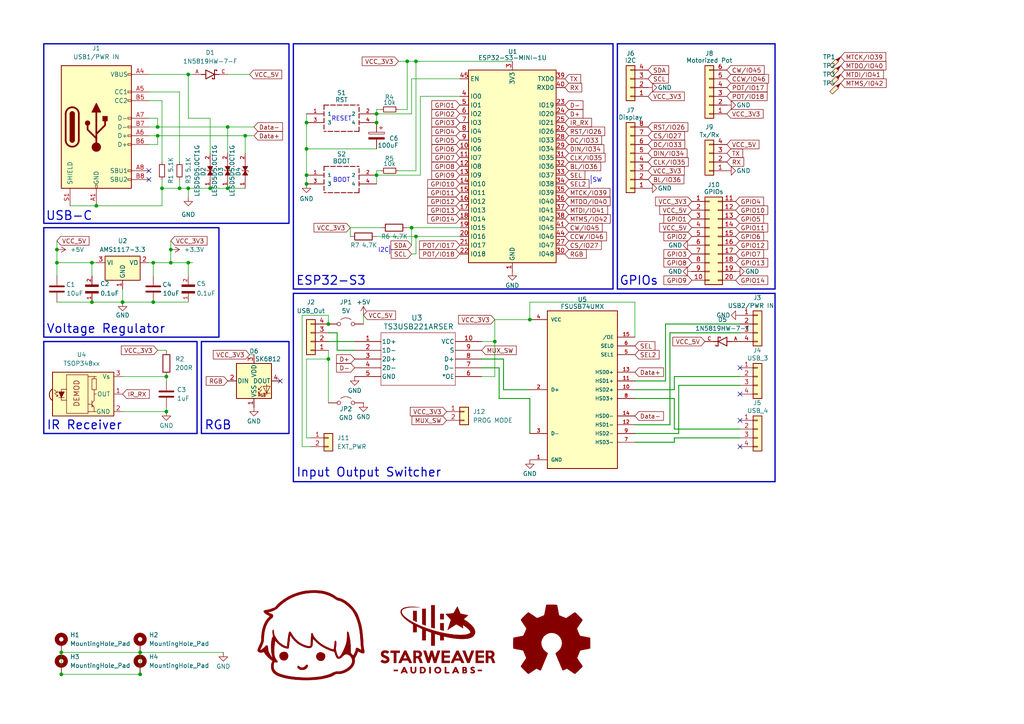
<source format=kicad_sch>
(kicad_sch (version 20231120) (generator "eeschema") (generator_version "8.0")
  (paper "A4")
  (title_block (title "ESP32 Input Switch and δ1 Attenuator Controller") (date "2025-05-07") (rev "1") (company "HarutoHiroki (Starweaver Audio Labs)"))
  (lib_symbols
    (symbol "CC0603KRX7R9BB104:CC0603KRX7R9BB104" (pin_names (offset 1.016))
      (property "Reference" "C" (at 0 3.81 0))
      (property "Value" "CC0603KRX7R9BB104" (at 0 -5.08 0))
      (symbol "CC0603KRX7R9BB104_0_0"
        (pin passive line (at 5.08 0 180) (length 2.54) (name "~") (number "1"))
        (pin passive line (at -2.54 0 0) (length 2.54) (name "~") (number "2"))
      )
    )
    (symbol "Connector:TestPoint_Probe" (pin_numbers hide) (pin_names (offset 0.762) hide)
      (property "Reference" "TP" (at 1.651 5.842 0))
      (property "Value" "TestPoint_Probe" (at 1.651 4.064 0))
      (symbol "TestPoint_Probe_1_1"
        (pin passive line (at 0 0 90) (length 0) (name "1") (number "1"))
      )
    )
    (symbol "Connector_Generic:Conn_01x02" (pin_names (offset 1.016) hide)
      (property "Reference" "J" (at 0 2.54 0))
      (property "Value" "Conn_01x02" (at 0 -5.08 0))
      (symbol "Conn_01x02_1_1"
        (pin passive line (at -5.08 0 0) (length 3.81) (name "Pin_1") (number "1"))
        (pin passive line (at -5.08 -2.54 0) (length 3.81) (name "Pin_2") (number "2"))
      )
    )
    (symbol "Connector_Generic:Conn_01x04" (pin_names (offset 1.016) hide)
      (property "Reference" "J" (at 0 5.08 0))
      (property "Value" "Conn_01x04" (at 0 -7.62 0))
      (symbol "Conn_01x04_1_1"
        (pin passive line (at -5.08 2.54 0) (length 3.81) (name "Pin_1") (number "1"))
        (pin passive line (at -5.08 0 0) (length 3.81) (name "Pin_2") (number "2"))
        (pin passive line (at -5.08 -2.54 0) (length 3.81) (name "Pin_3") (number "3"))
        (pin passive line (at -5.08 -5.08 0) (length 3.81) (name "Pin_4") (number "4"))
      )
    )
    (symbol "Connector_Generic:Conn_01x06" (pin_names (offset 1.016) hide)
      (property "Reference" "J" (at 0 7.62 0))
      (property "Value" "Conn_01x06" (at 0 -10.16 0))
      (symbol "Conn_01x06_1_1"
        (pin passive line (at -5.08 5.08 0) (length 3.81) (name "Pin_1") (number "1"))
        (pin passive line (at -5.08 2.54 0) (length 3.81) (name "Pin_2") (number "2"))
        (pin passive line (at -5.08 0 0) (length 3.81) (name "Pin_3") (number "3"))
        (pin passive line (at -5.08 -2.54 0) (length 3.81) (name "Pin_4") (number "4"))
        (pin passive line (at -5.08 -5.08 0) (length 3.81) (name "Pin_5") (number "5"))
        (pin passive line (at -5.08 -7.62 0) (length 3.81) (name "Pin_6") (number "6"))
      )
    )
    (symbol "Connector_Generic:Conn_01x08" (pin_names (offset 1.016) hide)
      (property "Reference" "J" (at 0 10.16 0))
      (property "Value" "Conn_01x08" (at 0 -12.7 0))
      (symbol "Conn_01x08_1_1"
        (pin passive line (at -5.08 7.62 0) (length 3.81) (name "Pin_1") (number "1"))
        (pin passive line (at -5.08 5.08 0) (length 3.81) (name "Pin_2") (number "2"))
        (pin passive line (at -5.08 2.54 0) (length 3.81) (name "Pin_3") (number "3"))
        (pin passive line (at -5.08 0 0) (length 3.81) (name "Pin_4") (number "4"))
        (pin passive line (at -5.08 -2.54 0) (length 3.81) (name "Pin_5") (number "5"))
        (pin passive line (at -5.08 -5.08 0) (length 3.81) (name "Pin_6") (number "6"))
        (pin passive line (at -5.08 -7.62 0) (length 3.81) (name "Pin_7") (number "7"))
        (pin passive line (at -5.08 -10.16 0) (length 3.81) (name "Pin_8") (number "8"))
      )
    )
    (symbol "Connector_Generic:Conn_02x10_Top_Bottom" (pin_names (offset 1.016) hide)
      (property "Reference" "J" (at 1.27 12.7 0))
      (property "Value" "Conn_02x10_Top_Bottom" (at 1.27 -15.24 0))
      (symbol "Conn_02x10_Top_Bottom_1_1"
        (pin passive line (at -5.08 10.16 0) (length 3.81) (name "Pin_1") (number "1"))
        (pin passive line (at -5.08 -12.7 0) (length 3.81) (name "Pin_10") (number "10"))
        (pin passive line (at 7.62 10.16 180) (length 3.81) (name "Pin_11") (number "11"))
        (pin passive line (at 7.62 7.62 180) (length 3.81) (name "Pin_12") (number "12"))
        (pin passive line (at 7.62 5.08 180) (length 3.81) (name "Pin_13") (number "13"))
        (pin passive line (at 7.62 2.54 180) (length 3.81) (name "Pin_14") (number "14"))
        (pin passive line (at 7.62 0 180) (length 3.81) (name "Pin_15") (number "15"))
        (pin passive line (at 7.62 -2.54 180) (length 3.81) (name "Pin_16") (number "16"))
        (pin passive line (at 7.62 -5.08 180) (length 3.81) (name "Pin_17") (number "17"))
        (pin passive line (at 7.62 -7.62 180) (length 3.81) (name "Pin_18") (number "18"))
        (pin passive line (at 7.62 -10.16 180) (length 3.81) (name "Pin_19") (number "19"))
        (pin passive line (at -5.08 7.62 0) (length 3.81) (name "Pin_2") (number "2"))
        (pin passive line (at 7.62 -12.7 180) (length 3.81) (name "Pin_20") (number "20"))
        (pin passive line (at -5.08 5.08 0) (length 3.81) (name "Pin_3") (number "3"))
        (pin passive line (at -5.08 2.54 0) (length 3.81) (name "Pin_4") (number "4"))
        (pin passive line (at -5.08 0 0) (length 3.81) (name "Pin_5") (number "5"))
        (pin passive line (at -5.08 -2.54 0) (length 3.81) (name "Pin_6") (number "6"))
        (pin passive line (at -5.08 -5.08 0) (length 3.81) (name "Pin_7") (number "7"))
        (pin passive line (at -5.08 -7.62 0) (length 3.81) (name "Pin_8") (number "8"))
        (pin passive line (at -5.08 -10.16 0) (length 3.81) (name "Pin_9") (number "9"))
      )
    )
    (symbol "Device:C" (pin_numbers hide) (pin_names (offset 0.254))
      (property "Reference" "C" (at 0.635 2.54 0))
      (property "Value" "C" (at 0.635 -2.54 0))
      (symbol "C_1_1"
        (pin passive line (at 0 3.81 270) (length 2.794) (name "~") (number "1"))
        (pin passive line (at 0 -3.81 90) (length 2.794) (name "~") (number "2"))
      )
    )
    (symbol "Device:C_Polarized" (pin_numbers hide) (pin_names (offset 0.254))
      (property "Reference" "C" (at 0.635 2.54 0))
      (property "Value" "C_Polarized" (at 0.635 -2.54 0))
      (symbol "C_Polarized_1_1"
        (pin passive line (at 0 3.81 270) (length 2.794) (name "~") (number "1"))
        (pin passive line (at 0 -3.81 90) (length 2.794) (name "~") (number "2"))
      )
    )
    (symbol "Device:R" (pin_numbers hide) (pin_names (offset 0))
      (property "Reference" "R" (at 2.032 0 90))
      (property "Value" "R" (at 0 0 90))
      (symbol "R_1_1"
        (pin passive line (at 0 3.81 270) (length 1.27) (name "~") (number "1"))
        (pin passive line (at 0 -3.81 90) (length 1.27) (name "~") (number "2"))
      )
    )
    (symbol "Device:R_Small" (pin_numbers hide) (pin_names (offset 0.254) hide)
      (property "Reference" "R" (at 0.762 0.508 0))
      (property "Value" "R_Small" (at 0.762 -1.016 0))
      (symbol "R_Small_1_1"
        (pin passive line (at 0 2.54 270) (length 0.762) (name "~") (number "1"))
        (pin passive line (at 0 -2.54 90) (length 0.762) (name "~") (number "2"))
      )
    )
    (symbol "FSUSB74UMX:FSUSB74UMX" (pin_names (offset 1.016))
      (property "Reference" "U" (at -10.16 23.622 0))
      (property "Value" "FSUSB74UMX" (at -10.16 -25.4 0))
      (symbol "FSUSB74UMX_0_0"
        (pin power_in line (at 15.24 -20.32 180) (length 5.08) (name "GND") (number "1"))
        (pin bidirectional line (at -15.24 0 0) (length 5.08) (name "HSD2+") (number "10"))
        (pin bidirectional line (at -15.24 2.54 0) (length 5.08) (name "HSD1+") (number "11"))
        (pin bidirectional line (at -15.24 -10.16 0) (length 5.08) (name "HSD1-") (number "12"))
        (pin bidirectional line (at -15.24 5.08 0) (length 5.08) (name "HSD0+") (number "13"))
        (pin bidirectional line (at -15.24 -7.62 0) (length 5.08) (name "HSD0-") (number "14"))
        (pin input line (at -15.24 15.24 0) (length 5.08) (name "/OE") (number "15"))
        (pin bidirectional line (at 15.24 0 180) (length 5.08) (name "D+") (number "2"))
        (pin bidirectional line (at 15.24 -12.7 180) (length 5.08) (name "D-") (number "3"))
        (pin power_in line (at 15.24 20.32 180) (length 5.08) (name "VCC") (number "4"))
        (pin input line (at -15.24 10.16 0) (length 5.08) (name "SEL1") (number "5"))
        (pin input line (at -15.24 12.7 0) (length 5.08) (name "SEL0") (number "6"))
        (pin bidirectional line (at -15.24 -15.24 0) (length 5.08) (name "HSD3-") (number "7"))
        (pin bidirectional line (at -15.24 -2.54 0) (length 5.08) (name "HSD3+") (number "8"))
        (pin bidirectional line (at -15.24 -12.7 0) (length 5.08) (name "HSD2-") (number "9"))
      )
    )
    (symbol "Graphic:Logo_Open_Hardware_Large" (in_bom no) (on_board no))
    (symbol "Interface_Optical:TSOP348xx" (pin_names (offset 1.016))
      (property "Reference" "U" (at -10.16 7.62 0))
      (property "Value" "TSOP348xx" (at -10.16 -7.62 0))
      (symbol "TSOP348xx_0_0"
        (text "DEMOD" (at -3.175 0.254 900) (effects (font (size 1.524 1.524))))
      )
      (symbol "TSOP348xx_1_1"
        (pin output line (at 10.16 0 180) (length 2.54) (name "OUT") (number "1"))
        (pin power_in line (at 10.16 -5.08 180) (length 2.54) (name "GND") (number "2"))
        (pin power_in line (at 10.16 5.08 180) (length 2.54) (name "Vs") (number "3"))
      )
    )
    (symbol "Jumper:Jumper_2_Open" (pin_numbers hide) (pin_names (offset 0) hide) (exclude_from_sim yes)
      (property "Reference" "JP" (at 0 2.794 0))
      (property "Value" "Jumper_2_Open" (at 0 -2.286 0))
      (symbol "Jumper_2_Open_1_1"
        (pin passive line (at -5.08 0 0) (length 2.54) (name "A") (number "1"))
        (pin passive line (at 5.08 0 180) (length 2.54) (name "B") (number "2"))
      )
    )
    (symbol "Library:1N5819HW-7-F" (pin_names (offset 1.016))
      (property "Reference" "D" (at -5.08 2.54 0))
      (property "Value" "1N5819HW-7-F" (at -5.08 -3.81 0))
      (symbol "1N5819HW-7-F_0_0"
        (pin passive line (at -5.08 0 0) (length 2.54) (name "~") (number "A"))
        (pin passive line (at 5.08 0 180) (length 2.54) (name "~") (number "C"))
      )
    )
    (symbol "Library:AMS1117-3.3"
      (property "Reference" "U" (at -3.81 3.175 0))
      (property "Value" "AMS1117-3.3" (at 0 3.175 0))
      (symbol "AMS1117-3.3_1_1"
        (pin power_in line (at 0 -7.62 90) (length 2.54) (name "GND") (number "1"))
        (pin power_out line (at 7.62 0 180) (length 2.54) (name "VO") (number "2"))
        (pin power_in line (at -7.62 0 0) (length 2.54) (name "VI") (number "3"))
      )
    )
    (symbol "Library:GND" (power) (pin_numbers hide) (pin_names (offset 0) hide)
      (property "Value" "GND" (at 0 -3.81 0))
      (symbol "GND_1_1"
        (pin power_in line (at 0 0 270) (length 0) (name "~") (number "1"))
      )
    )
    (symbol "Library:LESD5D5.0CT1G" (pin_names (offset 1.016))
      (property "Reference" "D" (at -5.08 2.54 0))
      (property "Value" "LESD5D5.0CT1G" (at -5.08 -5.08 0))
      (symbol "LESD5D5.0CT1G_0_0"
        (pin passive line (at -5.08 0 0) (length 2.54) (name "~") (number "1"))
        (pin passive line (at 5.08 0 180) (length 2.54) (name "~") (number "2"))
      )
    )
    (symbol "Library:PTS810SJK250SMTRLFS" (pin_names (offset 1.016))
      (property "Reference" "S" (at 16.51 7.62 0))
      (property "Value" "PTS810SJK250SMTRLFS" (at 16.51 5.08 0))
      (symbol "PTS810SJK250SMTRLFS_0_0"
        (pin bidirectional line (at 0 0 0) (length 5.08) (name "1") (number "1"))
        (pin bidirectional line (at 20.32 0 180) (length 5.08) (name "2") (number "2"))
        (pin bidirectional line (at 0 -2.54 0) (length 5.08) (name "3") (number "3"))
        (pin bidirectional line (at 20.32 -2.54 180) (length 5.08) (name "4") (number "4"))
      )
    )
    (symbol "Library:SK6812" (pin_names (offset 0.254))
      (property "Reference" "D" (at 5.08 5.715 0))
      (property "Value" "SK6812" (at 1.27 -5.715 0))
      (symbol "SK6812_0_0"
        (text "RGB" (at 2.286 -4.191 0) (effects (font (size 0.762 0.762))))
      )
      (symbol "SK6812_1_1"
        (pin power_in line (at 0 -7.62 90) (length 2.54) (name "VSS") (number "1"))
        (pin input line (at -7.62 0 0) (length 2.54) (name "DIN") (number "2"))
        (pin power_in line (at 0 7.62 270) (length 2.54) (name "VDD") (number "3"))
        (pin output line (at 7.62 0 180) (length 2.54) (name "DOUT") (number "4"))
      )
    )
    (symbol "Library:USB_C_Receptacle_USB2.0_16P" (pin_names (offset 1.016))
      (property "Reference" "J" (at 0 22.225 0))
      (property "Value" "USB_C_Receptacle_USB2.0_16P" (at 0 19.685 0))
      (symbol "USB_C_Receptacle_USB2.0_16P_1_1"
        (pin passive line (at 0 -22.86 90) (length 5.08) (name "GND") (number "A1"))
        (pin passive line (at 0 -22.86 90) (length 5.08) hide (name "GND") (number "A12"))
        (pin passive line (at 15.24 15.24 180) (length 5.08) (name "VBUS") (number "A4"))
        (pin bidirectional line (at 15.24 10.16 180) (length 5.08) (name "CC1") (number "A5"))
        (pin bidirectional line (at 15.24 -2.54 180) (length 5.08) (name "D+") (number "A6"))
        (pin bidirectional line (at 15.24 2.54 180) (length 5.08) (name "D-") (number "A7"))
        (pin bidirectional line (at 15.24 -12.7 180) (length 5.08) (name "SBU1") (number "A8"))
        (pin passive line (at 15.24 15.24 180) (length 5.08) hide (name "VBUS") (number "A9"))
        (pin passive line (at 0 -22.86 90) (length 5.08) hide (name "GND") (number "B1"))
        (pin passive line (at 0 -22.86 90) (length 5.08) hide (name "GND") (number "B12"))
        (pin passive line (at 15.24 15.24 180) (length 5.08) hide (name "VBUS") (number "B4"))
        (pin bidirectional line (at 15.24 7.62 180) (length 5.08) (name "CC2") (number "B5"))
        (pin bidirectional line (at 15.24 -5.08 180) (length 5.08) (name "D+") (number "B6"))
        (pin bidirectional line (at 15.24 0 180) (length 5.08) (name "D-") (number "B7"))
        (pin bidirectional line (at 15.24 -15.24 180) (length 5.08) (name "SBU2") (number "B8"))
        (pin passive line (at 15.24 15.24 180) (length 5.08) hide (name "VBUS") (number "B9"))
        (pin passive line (at -7.62 -22.86 90) (length 5.08) (name "SHIELD") (number "S1"))
      )
    )
    (symbol "Mechanical:MountingHole_Pad" (pin_numbers hide) (pin_names (offset 1.016) hide) (exclude_from_sim yes) (in_bom no)
      (property "Reference" "H" (at 0 6.35 0))
      (property "Value" "MountingHole_Pad" (at 0 4.445 0))
      (symbol "MountingHole_Pad_1_1"
        (pin input line (at 0 -2.54 90) (length 2.54) (name "1") (number "1"))
      )
    )
    (symbol "RF_Module:ESP32-S3-MINI-1U"
      (property "Reference" "U" (at -11.43 29.21 0))
      (property "Value" "ESP32-S3-MINI-1U" (at 12.7 29.21 0))
      (symbol "ESP32-S3-MINI-1U_1_1"
        (pin power_in line (at 0 -30.48 90) (length 2.54) (name "GND") (number "1"))
        (pin bidirectional line (at -15.24 5.08 0) (length 2.54) (name "IO6") (number "10"))
        (pin bidirectional line (at -15.24 2.54 0) (length 2.54) (name "IO7") (number "11"))
        (pin bidirectional line (at -15.24 0 0) (length 2.54) (name "IO8") (number "12"))
        (pin bidirectional line (at -15.24 -2.54 0) (length 2.54) (name "IO9") (number "13"))
        (pin bidirectional line (at -15.24 -5.08 0) (length 2.54) (name "IO10") (number "14"))
        (pin bidirectional line (at -15.24 -7.62 0) (length 2.54) (name "IO11") (number "15"))
        (pin bidirectional line (at -15.24 -10.16 0) (length 2.54) (name "IO12") (number "16"))
        (pin bidirectional line (at -15.24 -12.7 0) (length 2.54) (name "IO13") (number "17"))
        (pin bidirectional line (at -15.24 -15.24 0) (length 2.54) (name "IO14") (number "18"))
        (pin bidirectional line (at -15.24 -17.78 0) (length 2.54) (name "IO15") (number "19"))
        (pin passive line (at 0 -30.48 90) (length 2.54) hide (name "GND") (number "2"))
        (pin bidirectional line (at -15.24 -20.32 0) (length 2.54) (name "IO16") (number "20"))
        (pin bidirectional line (at -15.24 -22.86 0) (length 2.54) (name "IO17") (number "21"))
        (pin bidirectional line (at -15.24 -25.4 0) (length 2.54) (name "IO18") (number "22"))
        (pin bidirectional line (at 15.24 17.78 180) (length 2.54) (name "IO19") (number "23"))
        (pin bidirectional line (at 15.24 15.24 180) (length 2.54) (name "IO20") (number "24"))
        (pin bidirectional line (at 15.24 12.7 180) (length 2.54) (name "IO21") (number "25"))
        (pin bidirectional line (at 15.24 10.16 180) (length 2.54) (name "IO26") (number "26"))
        (pin bidirectional line (at 15.24 -22.86 180) (length 2.54) (name "IO47") (number "27"))
        (pin bidirectional line (at 15.24 7.62 180) (length 2.54) (name "IO33") (number "28"))
        (pin bidirectional line (at 15.24 5.08 180) (length 2.54) (name "IO34") (number "29"))
        (pin power_in line (at 0 30.48 270) (length 2.54) (name "3V3") (number "3"))
        (pin bidirectional line (at 15.24 -25.4 180) (length 2.54) (name "IO48") (number "30"))
        (pin bidirectional line (at 15.24 2.54 180) (length 2.54) (name "IO35") (number "31"))
        (pin bidirectional line (at 15.24 0 180) (length 2.54) (name "IO36") (number "32"))
        (pin bidirectional line (at 15.24 -2.54 180) (length 2.54) (name "IO37") (number "33"))
        (pin bidirectional line (at 15.24 -5.08 180) (length 2.54) (name "IO38") (number "34"))
        (pin bidirectional line (at 15.24 -7.62 180) (length 2.54) (name "IO39") (number "35"))
        (pin bidirectional line (at 15.24 -10.16 180) (length 2.54) (name "IO40") (number "36"))
        (pin bidirectional line (at 15.24 -12.7 180) (length 2.54) (name "IO41") (number "37"))
        (pin bidirectional line (at 15.24 -15.24 180) (length 2.54) (name "IO42") (number "38"))
        (pin bidirectional line (at 15.24 25.4 180) (length 2.54) (name "TXD0") (number "39"))
        (pin bidirectional line (at -15.24 20.32 0) (length 2.54) (name "IO0") (number "4"))
        (pin bidirectional line (at 15.24 22.86 180) (length 2.54) (name "RXD0") (number "40"))
        (pin bidirectional line (at 15.24 -17.78 180) (length 2.54) (name "IO45") (number "41"))
        (pin passive line (at 0 -30.48 90) (length 2.54) hide (name "GND") (number "42"))
        (pin passive line (at 0 -30.48 90) (length 2.54) hide (name "GND") (number "43"))
        (pin bidirectional line (at 15.24 -20.32 180) (length 2.54) (name "IO46") (number "44"))
        (pin input line (at -15.24 25.4 0) (length 2.54) (name "EN") (number "45"))
        (pin passive line (at 0 -30.48 90) (length 2.54) hide (name "GND") (number "46"))
        (pin passive line (at 0 -30.48 90) (length 2.54) hide (name "GND") (number "47"))
        (pin passive line (at 0 -30.48 90) (length 2.54) hide (name "GND") (number "48"))
        (pin passive line (at 0 -30.48 90) (length 2.54) hide (name "GND") (number "49"))
        (pin bidirectional line (at -15.24 17.78 0) (length 2.54) (name "IO1") (number "5"))
        (pin passive line (at 0 -30.48 90) (length 2.54) hide (name "GND") (number "50"))
        (pin passive line (at 0 -30.48 90) (length 2.54) hide (name "GND") (number "51"))
        (pin passive line (at 0 -30.48 90) (length 2.54) hide (name "GND") (number "52"))
        (pin passive line (at 0 -30.48 90) (length 2.54) hide (name "GND") (number "53"))
        (pin passive line (at 0 -30.48 90) (length 2.54) hide (name "GND") (number "54"))
        (pin passive line (at 0 -30.48 90) (length 2.54) hide (name "GND") (number "55"))
        (pin passive line (at 0 -30.48 90) (length 2.54) hide (name "GND") (number "56"))
        (pin passive line (at 0 -30.48 90) (length 2.54) hide (name "GND") (number "57"))
        (pin passive line (at 0 -30.48 90) (length 2.54) hide (name "GND") (number "58"))
        (pin passive line (at 0 -30.48 90) (length 2.54) hide (name "GND") (number "59"))
        (pin bidirectional line (at -15.24 15.24 0) (length 2.54) (name "IO2") (number "6"))
        (pin passive line (at 0 -30.48 90) (length 2.54) hide (name "GND") (number "60"))
        (pin passive line (at 0 -30.48 90) (length 2.54) hide (name "GND") (number "61"))
        (pin passive line (at 0 -30.48 90) (length 2.54) hide (name "GND") (number "62"))
        (pin passive line (at 0 -30.48 90) (length 2.54) hide (name "GND") (number "63"))
        (pin passive line (at 0 -30.48 90) (length 2.54) hide (name "GND") (number "64"))
        (pin passive line (at 0 -30.48 90) (length 2.54) hide (name "GND") (number "65"))
        (pin bidirectional line (at -15.24 12.7 0) (length 2.54) (name "IO3") (number "7"))
        (pin bidirectional line (at -15.24 10.16 0) (length 2.54) (name "IO4") (number "8"))
        (pin bidirectional line (at -15.24 7.62 0) (length 2.54) (name "IO5") (number "9"))
      )
    )
    (symbol "TS3USB221A:TS3USB221ARSER" (pin_names (offset 0.254))
      (property "Reference" "U4" (at 26.924 6.858 0))
      (property "Value" "TS3USB221ARSER" (at 27.432 4.318 0))
      (symbol "TS3USB221ARSER_0_1"
        (pin unspecified line (at 8.89 0 0) (length 7.62) (name "1D+") (number "1"))
        (pin power_in line (at 45.72 0 180) (length 7.62) (name "VCC") (number "10"))
        (pin unspecified line (at 8.89 -2.54 0) (length 7.62) (name "1D-") (number "2"))
        (pin unspecified line (at 8.89 -5.08 0) (length 7.62) (name "2D+") (number "3"))
        (pin unspecified line (at 8.89 -7.62 0) (length 7.62) (name "2D-") (number "4"))
        (pin power_in line (at 8.89 -10.16 0) (length 7.62) (name "GND") (number "5"))
        (pin unspecified line (at 45.72 -10.16 180) (length 7.62) (name "*OE") (number "6"))
        (pin unspecified line (at 45.72 -7.62 180) (length 7.62) (name "D-") (number "7"))
        (pin unspecified line (at 45.72 -5.08 180) (length 7.62) (name "D+") (number "8"))
        (pin unspecified line (at 45.72 -2.54 180) (length 7.62) (name "S") (number "9"))
      )
    )
    (symbol "haruLogo:LOGO" (pin_names (offset 1.016)))
    (symbol "power:+3.3V" (power) (pin_numbers hide) (pin_names (offset 0) hide)
      (property "Value" "+3.3V" (at 0 3.556 0))
      (symbol "+3.3V_1_1"
        (pin power_in line (at 0 0 90) (length 0) (name "~") (number "1"))
      )
    )
    (symbol "power:+5V" (power) (pin_numbers hide) (pin_names (offset 0) hide)
      (property "Value" "+5V" (at 0 3.556 0))
      (symbol "+5V_1_1"
        (pin power_in line (at 0 0 90) (length 0) (name "~") (number "1"))
      )
    )
    (symbol "starweaverLogo:LOGO" (pin_names (offset 1.016)))
  )
  (junction (at 17.78 189.23))
  (junction (at 143.51 99.06))
  (junction (at 71.12 39.37))
  (junction (at 35.56 87.63))
  (junction (at 109.22 50.8))
  (junction (at 45.72 39.37))
  (junction (at 49.53 72.39))
  (junction (at 153.67 92.71))
  (junction (at 52.07 54.61))
  (junction (at 45.72 36.83))
  (junction (at 88.9 53.34))
  (junction (at 44.45 87.63))
  (junction (at 49.53 76.2))
  (junction (at 119.38 66.04))
  (junction (at 40.64 195.58))
  (junction (at 26.67 87.63))
  (junction (at 44.45 76.2))
  (junction (at 16.51 72.39))
  (junction (at 120.65 17.78))
  (junction (at 66.04 54.61))
  (junction (at 109.22 35.56))
  (junction (at 48.26 119.38))
  (junction (at 40.64 189.23))
  (junction (at 17.78 195.58))
  (junction (at 66.04 36.83))
  (junction (at 120.65 68.58))
  (junction (at 118.11 17.78))
  (junction (at 54.61 54.61))
  (junction (at 27.94 59.69))
  (junction (at 26.67 76.2))
  (junction (at 88.9 43.18))
  (junction (at 88.9 35.56))
  (junction (at 109.22 33.02))
  (junction (at 60.96 54.61))
  (junction (at 48.26 109.22))
  (junction (at 16.51 76.2))
  (junction (at 46.99 54.61))
  (junction (at 54.61 21.59))
  (junction (at 95.25 104.14))
  (junction (at 54.61 76.2))
  (junction (at 95.25 93.98))
  (junction (at 88.9 50.8))
  (no_connect (at 214.63 129.54))
  (no_connect (at 214.63 106.68))
  (no_connect (at 43.18 49.53))
  (no_connect (at 214.63 114.3))
  (no_connect (at 214.63 121.92))
  (no_connect (at 81.28 110.49))
  (no_connect (at 43.18 52.07))
  (wire (pts (xy 17.78 195.58) (xy 40.64 195.58)))
  (wire (pts (xy 121.92 27.94) (xy 133.35 27.94)))
  (wire (pts (xy 196.85 125.73) (xy 184.15 125.73)) (stroke (width 0.254)))
  (wire (pts (xy 118.11 31.75) (xy 118.11 17.78)))
  (wire (pts (xy 60.96 34.29) (xy 60.96 44.45)))
  (wire (pts (xy 144.78 115.57) (xy 153.67 115.57)) (stroke (width 0.254)))
  (wire (pts (xy 43.18 36.83) (xy 45.72 36.83)))
  (wire (pts (xy 48.26 118.11) (xy 48.26 119.38)))
  (wire (pts (xy 121.92 50.8) (xy 121.92 27.94)))
  (wire (pts (xy 49.53 76.2) (xy 54.61 76.2)))
  (wire (pts (xy 109.22 31.75) (xy 110.49 31.75)))
  (wire (pts (xy 17.78 189.23) (xy 40.64 189.23)))
  (wire (pts (xy 35.56 87.63) (xy 44.45 87.63)))
  (wire (pts (xy 46.99 59.69) (xy 46.99 54.61)))
  (wire (pts (xy 194.31 96.52) (xy 214.63 96.52)) (stroke (width 0.254)))
  (wire (pts (xy 109.22 43.18) (xy 88.9 43.18)))
  (polyline (pts (xy 179.07 12.7) (xy 224.79 12.7)) (stroke (width 0.381)))
  (polyline (pts (xy 85.09 12.7) (xy 177.8 12.7)) (stroke (width 0.381)))
  (polyline (pts (xy 171.45 53.34) (xy 171.45 50.8)))
  (wire (pts (xy 118.11 66.04) (xy 119.38 66.04)))
  (wire (pts (xy 143.51 92.71) (xy 153.67 92.71)))
  (wire (pts (xy 214.63 109.22) (xy 195.58 109.22)) (stroke (width 0.254)))
  (wire (pts (xy 45.72 36.83) (xy 66.04 36.83)))
  (wire (pts (xy 16.51 76.2) (xy 16.51 80.01)))
  (wire (pts (xy 16.51 72.39) (xy 16.51 76.2)))
  (wire (pts (xy 66.04 21.59) (xy 72.39 21.59)))
  (wire (pts (xy 95.25 96.52) (xy 97.79 96.52)) (stroke (width 0.254)))
  (polyline (pts (xy 224.79 83.82) (xy 224.79 12.7)) (stroke (width 0.381)))
  (wire (pts (xy 87.63 129.54) (xy 90.17 129.54)))
  (wire (pts (xy 88.9 43.18) (xy 88.9 50.8)))
  (wire (pts (xy 109.22 50.8) (xy 121.92 50.8)))
  (polyline (pts (xy 12.7 99.06) (xy 12.7 125.73)) (stroke (width 0.381)))
  (wire (pts (xy 194.31 123.19) (xy 184.15 123.19)) (stroke (width 0.254)))
  (wire (pts (xy 87.63 91.44) (xy 87.63 129.54)))
  (wire (pts (xy 45.72 41.91) (xy 45.72 39.37)))
  (wire (pts (xy 45.72 34.29) (xy 43.18 34.29)))
  (wire (pts (xy 17.78 189.23) (xy 17.78 195.58)))
  (polyline (pts (xy 179.07 12.7) (xy 179.07 83.82)) (stroke (width 0.381)))
  (wire (pts (xy 109.22 33.02) (xy 119.38 33.02)))
  (wire (pts (xy 88.9 50.8) (xy 88.9 53.34)))
  (wire (pts (xy 52.07 54.61) (xy 54.61 54.61)))
  (wire (pts (xy 16.51 87.63) (xy 26.67 87.63)))
  (wire (pts (xy 43.18 76.2) (xy 44.45 76.2)))
  (wire (pts (xy 105.41 91.44) (xy 105.41 93.98)))
  (wire (pts (xy 115.57 49.53) (xy 120.65 49.53)))
  (polyline (pts (xy 224.79 85.09) (xy 224.79 139.7)) (stroke (width 0.381)))
  (wire (pts (xy 144.78 106.68) (xy 144.78 115.57)) (stroke (width 0.254)))
  (wire (pts (xy 143.51 99.06) (xy 143.51 109.22)))
  (wire (pts (xy 52.07 26.67) (xy 52.07 46.99)))
  (wire (pts (xy 120.65 49.53) (xy 120.65 17.78)))
  (wire (pts (xy 95.25 99.06) (xy 102.87 99.06)) (stroke (width 0.254)))
  (wire (pts (xy 214.63 124.46) (xy 195.58 124.46)) (stroke (width 0.254)))
  (wire (pts (xy 88.9 104.14) (xy 95.25 104.14)))
  (wire (pts (xy 54.61 54.61) (xy 60.96 54.61)))
  (wire (pts (xy 54.61 21.59) (xy 54.61 34.29)))
  (wire (pts (xy 195.58 109.22) (xy 195.58 113.03)) (stroke (width 0.254)))
  (wire (pts (xy 153.67 87.63) (xy 153.67 92.71)))
  (wire (pts (xy 101.6 66.04) (xy 101.6 68.58)))
  (wire (pts (xy 193.04 93.98) (xy 214.63 93.98)) (stroke (width 0.254)))
  (wire (pts (xy 27.94 59.69) (xy 46.99 59.69)))
  (wire (pts (xy 195.58 113.03) (xy 184.15 113.03)) (stroke (width 0.254)))
  (wire (pts (xy 55.88 76.2) (xy 54.61 76.2)))
  (wire (pts (xy 54.61 21.59) (xy 55.88 21.59)))
  (wire (pts (xy 88.9 127) (xy 90.17 127)))
  (wire (pts (xy 184.15 87.63) (xy 153.67 87.63)))
  (wire (pts (xy 45.72 39.37) (xy 71.12 39.37)))
  (wire (pts (xy 48.26 119.38) (xy 35.56 119.38)))
  (wire (pts (xy 193.04 110.49) (xy 184.15 110.49)) (stroke (width 0.254)))
  (polyline (pts (xy 85.09 85.09) (xy 224.79 85.09)) (stroke (width 0.381)))
  (wire (pts (xy 120.65 17.78) (xy 148.59 17.78)))
  (wire (pts (xy 97.79 96.52) (xy 97.79 101.6)) (stroke (width 0.254)))
  (wire (pts (xy 44.45 76.2) (xy 49.53 76.2)))
  (wire (pts (xy 66.04 54.61) (xy 71.12 54.61)))
  (wire (pts (xy 95.25 104.14) (xy 95.25 116.84)))
  (wire (pts (xy 196.85 111.76) (xy 196.85 125.73)) (stroke (width 0.254)))
  (wire (pts (xy 115.57 17.78) (xy 118.11 17.78)))
  (wire (pts (xy 101.6 66.04) (xy 110.49 66.04)))
  (polyline (pts (xy 57.15 125.73) (xy 57.15 99.06)) (stroke (width 0.381)))
  (wire (pts (xy 194.31 96.52) (xy 194.31 123.19)) (stroke (width 0.254)))
  (wire (pts (xy 26.67 87.63) (xy 35.56 87.63)))
  (wire (pts (xy 195.58 115.57) (xy 184.15 115.57)) (stroke (width 0.254)))
  (polyline (pts (xy 179.07 83.82) (xy 224.79 83.82)) (stroke (width 0.381)))
  (wire (pts (xy 40.64 189.23) (xy 40.64 195.58)))
  (wire (pts (xy 54.61 54.61) (xy 54.61 57.15)))
  (wire (pts (xy 66.04 36.83) (xy 73.66 36.83)))
  (polyline (pts (xy 85.09 12.7) (xy 85.09 83.82)) (stroke (width 0.381)))
  (polyline (pts (xy 85.09 83.82) (xy 177.8 83.82)) (stroke (width 0.381)))
  (wire (pts (xy 97.79 101.6) (xy 102.87 101.6)) (stroke (width 0.254)))
  (wire (pts (xy 44.45 87.63) (xy 54.61 87.63)))
  (polyline (pts (xy 224.79 139.7) (xy 85.09 139.7)) (stroke (width 0.381)))
  (wire (pts (xy 43.18 39.37) (xy 45.72 39.37)))
  (wire (pts (xy 54.61 76.2) (xy 54.61 80.01)))
  (wire (pts (xy 44.45 76.2) (xy 44.45 80.01)))
  (wire (pts (xy 60.96 54.61) (xy 66.04 54.61)))
  (wire (pts (xy 118.11 17.78) (xy 120.65 17.78)))
  (wire (pts (xy 109.22 50.8) (xy 109.22 53.34)))
  (polyline (pts (xy 12.7 99.06) (xy 57.15 99.06)) (stroke (width 0.381)))
  (wire (pts (xy 109.22 49.53) (xy 110.49 49.53)))
  (wire (pts (xy 54.61 34.29) (xy 60.96 34.29)))
  (wire (pts (xy 49.53 72.39) (xy 49.53 76.2)))
  (wire (pts (xy 43.18 26.67) (xy 52.07 26.67)))
  (wire (pts (xy 71.12 39.37) (xy 73.66 39.37)))
  (wire (pts (xy 43.18 29.21) (xy 46.99 29.21)))
  (wire (pts (xy 16.51 69.85) (xy 16.51 72.39)))
  (wire (pts (xy 95.25 101.6) (xy 95.25 104.14)))
  (wire (pts (xy 71.12 39.37) (xy 71.12 44.45)))
  (wire (pts (xy 66.04 36.83) (xy 66.04 44.45)))
  (wire (pts (xy 35.56 83.82) (xy 35.56 87.63)))
  (wire (pts (xy 26.67 76.2) (xy 27.94 76.2)))
  (wire (pts (xy 109.22 33.02) (xy 109.22 31.75)))
  (wire (pts (xy 139.7 106.68) (xy 144.78 106.68)) (stroke (width 0.254)))
  (wire (pts (xy 115.57 31.75) (xy 118.11 31.75)))
  (wire (pts (xy 45.72 101.6) (xy 48.26 101.6)))
  (wire (pts (xy 48.26 109.22) (xy 48.26 110.49)))
  (wire (pts (xy 46.99 29.21) (xy 46.99 46.99)))
  (wire (pts (xy 46.99 52.07) (xy 46.99 54.61)))
  (wire (pts (xy 153.67 115.57) (xy 153.67 125.73)) (stroke (width 0.254)))
  (wire (pts (xy 143.51 92.71) (xy 143.51 99.06)))
  (wire (pts (xy 88.9 35.56) (xy 88.9 43.18)))
  (wire (pts (xy 95.25 91.44) (xy 95.25 93.98)))
  (wire (pts (xy 119.38 22.86) (xy 119.38 33.02)))
  (wire (pts (xy 119.38 71.12) (xy 119.38 66.04)))
  (wire (pts (xy 43.18 41.91) (xy 45.72 41.91)))
  (wire (pts (xy 52.07 52.07) (xy 52.07 54.61)))
  (wire (pts (xy 45.72 34.29) (xy 45.72 36.83)))
  (wire (pts (xy 72.39 102.87) (xy 73.66 102.87)))
  (wire (pts (xy 139.7 104.14) (xy 146.05 104.14)) (stroke (width 0.254)))
  (wire (pts (xy 35.56 109.22) (xy 48.26 109.22)))
  (wire (pts (xy 120.65 68.58) (xy 133.35 68.58)))
  (wire (pts (xy 87.63 91.44) (xy 95.25 91.44)))
  (wire (pts (xy 46.99 54.61) (xy 52.07 54.61)))
  (wire (pts (xy 109.22 68.58) (xy 120.65 68.58)))
  (wire (pts (xy 119.38 66.04) (xy 133.35 66.04)))
  (wire (pts (xy 88.9 33.02) (xy 88.9 35.56)))
  (wire (pts (xy 146.05 104.14) (xy 146.05 113.03)) (stroke (width 0.254)))
  (polyline (pts (xy 113.03 71.12) (xy 113.03 73.66)))
  (wire (pts (xy 64.77 189.23) (xy 40.64 189.23)))
  (wire (pts (xy 184.15 97.79) (xy 184.15 87.63)))
  (wire (pts (xy 20.32 59.69) (xy 27.94 59.69)))
  (wire (pts (xy 119.38 73.66) (xy 120.65 73.66)))
  (wire (pts (xy 109.22 49.53) (xy 109.22 50.8)))
  (polyline (pts (xy 12.7 125.73) (xy 57.15 125.73)) (stroke (width 0.381)))
  (wire (pts (xy 195.58 128.27) (xy 184.15 128.27)) (stroke (width 0.254)))
  (wire (pts (xy 16.51 76.2) (xy 26.67 76.2)))
  (wire (pts (xy 43.18 21.59) (xy 54.61 21.59)))
  (wire (pts (xy 195.58 127) (xy 195.58 128.27)) (stroke (width 0.254)))
  (wire (pts (xy 139.7 99.06) (xy 143.51 99.06)))
  (wire (pts (xy 139.7 109.22) (xy 143.51 109.22)))
  (wire (pts (xy 26.67 76.2) (xy 26.67 80.01)))
  (wire (pts (xy 146.05 113.03) (xy 153.67 113.03)) (stroke (width 0.254)))
  (polyline (pts (xy 177.8 83.82) (xy 177.8 12.7)) (stroke (width 0.381)))
  (wire (pts (xy 214.63 111.76) (xy 196.85 111.76)) (stroke (width 0.254)))
  (wire (pts (xy 214.63 127) (xy 195.58 127)) (stroke (width 0.254)))
  (wire (pts (xy 109.22 33.02) (xy 109.22 35.56)))
  (polyline (pts (xy 85.09 85.09) (xy 85.09 139.7)) (stroke (width 0.381)))
  (wire (pts (xy 195.58 124.46) (xy 195.58 115.57)) (stroke (width 0.254)))
  (wire (pts (xy 119.38 22.86) (xy 133.35 22.86)))
  (wire (pts (xy 193.04 93.98) (xy 193.04 110.49)) (stroke (width 0.254)))
  (wire (pts (xy 49.53 69.85) (xy 49.53 72.39)))
  (wire (pts (xy 120.65 73.66) (xy 120.65 68.58)))
  (wire (pts (xy 88.9 104.14) (xy 88.9 127)))
  (rectangle (start 58.42 99.06) (end 83.82 125.73) (stroke (width 0.381)))
  (rectangle (start 12.7 12.7) (end 83.82 64.77) (stroke (width 0.381)))
  (rectangle (start 12.7 66.04) (end 63.5 97.79) (stroke (width 0.381)))
  (text "Voltage Regulator" (at 30.734 95.504 0) (effects (font (size 2.54 2.54) (thickness 0.3175))))
  (text "ESP32-S3" (at 96.012 81.534 0) (effects (font (size 2.54 2.54) (thickness 0.3175))))
  (text "USB-C" (at 20.066 62.738 0) (effects (font (size 2.54 2.54) (thickness 0.3175))))
  (text "GPIOs" (at 179.578 81.534 0) (effects (font (size 2.54 2.54) (thickness 0.3175)) (justify left)))
  (text "BOOT" (at 99.06 52.324 0) (effects (font (size 1.27 1.27))))
  (text "IR Receiver" (at 13.462 123.444 0) (effects (font (size 2.54 2.54) (thickness 0.3175)) (justify left)))
  (text "RGB" (at 63.246 123.444 0) (effects (font (size 2.54 2.54) (thickness 0.3175))))
  (text "Input Output Switcher" (at 85.852 137.16 0) (effects (font (size 2.54 2.54) (thickness 0.3175)) (justify left)))
  (text "RESET" (at 99.06 34.544 0) (effects (font (size 1.27 1.27))))
  (text "I2C" (at 111.252 72.644 0) (effects (font (size 1.27 1.27))))
  (text "SW" (at 173.228 52.324 0) (effects (font (size 1.27 1.27))))
  (global_label "GPIO14" (shape input) (at 213.36 81.28 0) (property "Intersheetrefs" "${INTERSHEET_REFS}" (effects (hide yes))))
  (global_label "GPIO14" (shape input) (at 133.35 63.5 180) (property "Intersheetrefs" "${INTERSHEET_REFS}" (effects (hide yes))))
  (global_label "GPIO9" (shape input) (at 133.35 50.8 180) (property "Intersheetrefs" "${INTERSHEET_REFS}" (effects (hide yes))))
  (global_label "BL{slash}IO36" (shape input) (at 163.83 48.26 0) (property "Intersheetrefs" "${INTERSHEET_REFS}" (effects (hide yes))))
  (global_label "MTDI{slash}IO41" (shape input) (at 163.83 60.96 0) (property "Intersheetrefs" "${INTERSHEET_REFS}" (effects (hide yes))))
  (global_label "GPIO11" (shape input) (at 213.36 66.04 0) (property "Intersheetrefs" "${INTERSHEET_REFS}" (effects (hide yes))))
  (global_label "VCC_5V" (shape input) (at 204.47 99.06 180) (property "Intersheetrefs" "${INTERSHEET_REFS}" (effects (hide yes))))
  (global_label "GPIO9" (shape input) (at 200.66 81.28 180) (property "Intersheetrefs" "${INTERSHEET_REFS}" (effects (hide yes))))
  (global_label "VCC_3V3" (shape input) (at 129.54 119.38 180) (property "Intersheetrefs" "${INTERSHEET_REFS}" (effects (hide yes))))
  (global_label "GPIO2" (shape input) (at 133.35 33.02 180) (property "Intersheetrefs" "${INTERSHEET_REFS}" (effects (hide yes))))
  (global_label "MTMS{slash}IO42" (shape input) (at 243.84 24.13 0) (property "Intersheetrefs" "${INTERSHEET_REFS}" (effects (hide yes))))
  (global_label "SEL2" (shape input) (at 184.15 102.87 0) (property "Intersheetrefs" "${INTERSHEET_REFS}" (effects (hide yes))))
  (global_label "DC{slash}IO33" (shape input) (at 187.96 41.91 0) (property "Intersheetrefs" "${INTERSHEET_REFS}" (effects (hide yes))))
  (global_label "MTMS{slash}IO42" (shape input) (at 163.83 63.5 0) (property "Intersheetrefs" "${INTERSHEET_REFS}" (effects (hide yes))))
  (global_label "POT{slash}IO17" (shape input) (at 210.82 25.4 0) (property "Intersheetrefs" "${INTERSHEET_REFS}" (effects (hide yes))))
  (global_label "GPIO10" (shape input) (at 133.35 53.34 180) (property "Intersheetrefs" "${INTERSHEET_REFS}" (effects (hide yes))))
  (global_label "TX" (shape input) (at 163.83 22.86 0) (property "Intersheetrefs" "${INTERSHEET_REFS}" (effects (hide yes))))
  (global_label "VCC_5V" (shape input) (at 200.66 60.96 180) (property "Intersheetrefs" "${INTERSHEET_REFS}" (effects (hide yes))))
  (global_label "GPIO5" (shape input) (at 133.35 40.64 180) (property "Intersheetrefs" "${INTERSHEET_REFS}" (effects (hide yes))))
  (global_label "GPIO6" (shape input) (at 213.36 68.58 0) (property "Intersheetrefs" "${INTERSHEET_REFS}" (effects (hide yes))))
  (global_label "D+" (shape input) (at 102.87 104.14 180) (property "Intersheetrefs" "Data+" (effects (hide yes))))
  (global_label "GPIO1" (shape input) (at 200.66 63.5 180) (property "Intersheetrefs" "${INTERSHEET_REFS}" (effects (hide yes))))
  (global_label "CS{slash}IO27" (shape input) (at 187.96 39.37 0) (property "Intersheetrefs" "${INTERSHEET_REFS}" (effects (hide yes))))
  (global_label "VCC_3V3" (shape input) (at 187.96 49.53 0) (property "Intersheetrefs" "${INTERSHEET_REFS}" (effects (hide yes))))
  (global_label "VCC_3V3" (shape input) (at 72.39 102.87 180) (property "Intersheetrefs" "${INTERSHEET_REFS}" (effects (hide yes))))
  (global_label "CW{slash}IO45" (shape input) (at 210.82 20.32 0) (property "Intersheetrefs" "${INTERSHEET_REFS}" (effects (hide yes))))
  (global_label "VCC_5V" (shape input) (at 105.41 91.44 0) (property "Intersheetrefs" "${INTERSHEET_REFS}" (effects (hide yes))))
  (global_label "POT{slash}IO18" (shape input) (at 133.35 73.66 180) (property "Intersheetrefs" "${INTERSHEET_REFS}" (effects (hide yes))))
  (global_label "RST{slash}IO26" (shape input) (at 163.83 38.1 0) (property "Intersheetrefs" "${INTERSHEET_REFS}" (effects (hide yes))))
  (global_label "CCW{slash}IO46" (shape input) (at 163.83 68.58 0) (property "Intersheetrefs" "${INTERSHEET_REFS}" (effects (hide yes))))
  (global_label "SCL" (shape input) (at 119.38 73.66 180) (property "Intersheetrefs" "${INTERSHEET_REFS}" (effects (hide yes))))
  (global_label "GPIO3" (shape input) (at 200.66 73.66 180) (property "Intersheetrefs" "${INTERSHEET_REFS}" (effects (hide yes))))
  (global_label "MUX_SW" (shape input) (at 129.54 121.92 180) (property "Intersheetrefs" "${INTERSHEET_REFS}" (effects (hide yes))))
  (global_label "POT{slash}IO17" (shape input) (at 133.35 71.12 180) (property "Intersheetrefs" "${INTERSHEET_REFS}" (effects (hide yes))))
  (global_label "DIN{slash}IO34" (shape input) (at 163.83 43.18 0) (property "Intersheetrefs" "${INTERSHEET_REFS}" (effects (hide yes))))
  (global_label "VCC_5V" (shape input) (at 210.82 41.91 0) (property "Intersheetrefs" "${INTERSHEET_REFS}" (effects (hide yes))))
  (global_label "CLK{slash}IO35" (shape input) (at 187.96 46.99 0) (property "Intersheetrefs" "${INTERSHEET_REFS}" (effects (hide yes))))
  (global_label "VCC_3V3" (shape input) (at 49.53 69.85 0) (property "Intersheetrefs" "${INTERSHEET_REFS}" (effects (hide yes))))
  (global_label "Data-" (shape input) (at 184.15 120.65 0) (property "Intersheetrefs" "Data-" (effects (hide yes))))
  (global_label "GPIO5" (shape input) (at 213.36 63.5 0) (property "Intersheetrefs" "${INTERSHEET_REFS}" (effects (hide yes))))
  (global_label "GPIO4" (shape input) (at 213.36 58.42 0) (property "Intersheetrefs" "${INTERSHEET_REFS}" (effects (hide yes))))
  (global_label "VCC_3V3" (shape input) (at 101.6 66.04 180) (property "Intersheetrefs" "${INTERSHEET_REFS}" (effects (hide yes))))
  (global_label "GPIO8" (shape input) (at 133.35 48.26 180) (property "Intersheetrefs" "${INTERSHEET_REFS}" (effects (hide yes))))
  (global_label "MTDO{slash}IO40" (shape input) (at 243.84 19.05 0) (property "Intersheetrefs" "${INTERSHEET_REFS}" (effects (hide yes))))
  (global_label "RST{slash}IO26" (shape input) (at 187.96 36.83 0) (property "Intersheetrefs" "${INTERSHEET_REFS}" (effects (hide yes))))
  (global_label "SDA" (shape input) (at 119.38 71.12 180) (property "Intersheetrefs" "${INTERSHEET_REFS}" (effects (hide yes))))
  (global_label "GPIO1" (shape input) (at 133.35 30.48 180) (property "Intersheetrefs" "${INTERSHEET_REFS}" (effects (hide yes))))
  (global_label "RGB" (shape input) (at 66.04 110.49 180) (property "Intersheetrefs" "${INTERSHEET_REFS}" (effects (hide yes))))
  (global_label "RGB" (shape input) (at 163.83 73.66 0) (property "Intersheetrefs" "${INTERSHEET_REFS}" (effects (hide yes))))
  (global_label "RX" (shape input) (at 210.82 46.99 0) (property "Intersheetrefs" "${INTERSHEET_REFS}" (effects (hide yes))))
  (global_label "GPIO12" (shape input) (at 133.35 58.42 180) (property "Intersheetrefs" "${INTERSHEET_REFS}" (effects (hide yes))))
  (global_label "CLK{slash}IO35" (shape input) (at 163.83 45.72 0) (property "Intersheetrefs" "${INTERSHEET_REFS}" (effects (hide yes))))
  (global_label "VCC_3V3" (shape input) (at 143.51 92.71 180) (property "Intersheetrefs" "${INTERSHEET_REFS}" (effects (hide yes))))
  (global_label "POT{slash}IO18" (shape input) (at 210.82 27.94 0) (property "Intersheetrefs" "${INTERSHEET_REFS}" (effects (hide yes))))
  (global_label "GPIO3" (shape input) (at 133.35 35.56 180) (property "Intersheetrefs" "${INTERSHEET_REFS}" (effects (hide yes))))
  (global_label "VCC_3V3" (shape input) (at 200.66 58.42 180) (property "Intersheetrefs" "${INTERSHEET_REFS}" (effects (hide yes))))
  (global_label "VCC_5V" (shape input) (at 200.66 66.04 180) (property "Intersheetrefs" "${INTERSHEET_REFS}" (effects (hide yes))))
  (global_label "CW{slash}IO45" (shape input) (at 163.83 66.04 0) (property "Intersheetrefs" "${INTERSHEET_REFS}" (effects (hide yes))))
  (global_label "DIN{slash}IO34" (shape input) (at 187.96 44.45 0) (property "Intersheetrefs" "${INTERSHEET_REFS}" (effects (hide yes))))
  (global_label "GPIO12" (shape input) (at 213.36 71.12 0) (property "Intersheetrefs" "${INTERSHEET_REFS}" (effects (hide yes))))
  (global_label "GPIO13" (shape input) (at 133.35 60.96 180) (property "Intersheetrefs" "${INTERSHEET_REFS}" (effects (hide yes))))
  (global_label "D-" (shape input) (at 102.87 106.68 180) (property "Intersheetrefs" "Data-" (effects (hide yes))))
  (global_label "GPIO7" (shape input) (at 213.36 73.66 0) (property "Intersheetrefs" "${INTERSHEET_REFS}" (effects (hide yes))))
  (global_label "SEL" (shape input) (at 184.15 100.33 0) (property "Intersheetrefs" "${INTERSHEET_REFS}" (effects (hide yes))))
  (global_label "SEL2" (shape input) (at 163.83 53.34 0) (property "Intersheetrefs" "${INTERSHEET_REFS}" (effects (hide yes))))
  (global_label "IR_RX" (shape input) (at 163.83 35.56 0) (property "Intersheetrefs" "${INTERSHEET_REFS}" (effects (hide yes))))
  (global_label "Data+" (shape input) (at 73.66 39.37 0) (property "Intersheetrefs" "Data+" (effects (hide yes))))
  (global_label "MUX_SW" (shape input) (at 139.7 101.6 0) (property "Intersheetrefs" "${INTERSHEET_REFS}" (effects (hide yes))))
  (global_label "RX" (shape input) (at 163.83 25.4 0) (property "Intersheetrefs" "${INTERSHEET_REFS}" (effects (hide yes))))
  (global_label "GPIO2" (shape input) (at 200.66 68.58 180) (property "Intersheetrefs" "${INTERSHEET_REFS}" (effects (hide yes))))
  (global_label "VCC_5V" (shape input) (at 72.39 21.59 0) (property "Intersheetrefs" "${INTERSHEET_REFS}" (effects (hide yes))))
  (global_label "GPIO4" (shape input) (at 133.35 38.1 180) (property "Intersheetrefs" "${INTERSHEET_REFS}" (effects (hide yes))))
  (global_label "VCC_3V3" (shape input) (at 115.57 17.78 180) (property "Intersheetrefs" "${INTERSHEET_REFS}" (effects (hide yes))))
  (global_label "TX" (shape input) (at 210.82 44.45 0) (property "Intersheetrefs" "${INTERSHEET_REFS}" (effects (hide yes))))
  (global_label "SDA" (shape input) (at 187.96 20.32 0) (property "Intersheetrefs" "${INTERSHEET_REFS}" (effects (hide yes))))
  (global_label "Data+" (shape input) (at 184.15 107.95 0) (property "Intersheetrefs" "Data+" (effects (hide yes))))
  (global_label "SCL" (shape input) (at 187.96 22.86 0) (property "Intersheetrefs" "${INTERSHEET_REFS}" (effects (hide yes))))
  (global_label "GPIO11" (shape input) (at 133.35 55.88 180) (property "Intersheetrefs" "${INTERSHEET_REFS}" (effects (hide yes))))
  (global_label "GPIO10" (shape input) (at 213.36 60.96 0) (property "Intersheetrefs" "${INTERSHEET_REFS}" (effects (hide yes))))
  (global_label "MTDI{slash}IO41" (shape input) (at 243.84 21.59 0) (property "Intersheetrefs" "${INTERSHEET_REFS}" (effects (hide yes))))
  (global_label "GPIO8" (shape input) (at 200.66 76.2 180) (property "Intersheetrefs" "${INTERSHEET_REFS}" (effects (hide yes))))
  (global_label "D-" (shape input) (at 163.83 30.48 0) (property "Intersheetrefs" "Data-" (effects (hide yes))))
  (global_label "VCC_3V3" (shape input) (at 210.82 33.02 0) (property "Intersheetrefs" "${INTERSHEET_REFS}" (effects (hide yes))))
  (global_label "VCC_5V" (shape input) (at 16.51 69.85 0) (property "Intersheetrefs" "${INTERSHEET_REFS}" (effects (hide yes))))
  (global_label "BL{slash}IO36" (shape input) (at 187.96 52.07 0) (property "Intersheetrefs" "${INTERSHEET_REFS}" (effects (hide yes))))
  (global_label "GPIO7" (shape input) (at 133.35 45.72 180) (property "Intersheetrefs" "${INTERSHEET_REFS}" (effects (hide yes))))
  (global_label "VCC_3V3" (shape input) (at 45.72 101.6 180) (property "Intersheetrefs" "${INTERSHEET_REFS}" (effects (hide yes))))
  (global_label "VCC_3V3" (shape input) (at 187.96 27.94 0) (property "Intersheetrefs" "${INTERSHEET_REFS}" (effects (hide yes))))
  (global_label "MTCK{slash}IO39" (shape input) (at 243.84 16.51 0) (property "Intersheetrefs" "${INTERSHEET_REFS}" (effects (hide yes))))
  (global_label "GPIO13" (shape input) (at 213.36 76.2 0) (property "Intersheetrefs" "${INTERSHEET_REFS}" (effects (hide yes))))
  (global_label "Data-" (shape input) (at 73.66 36.83 0) (property "Intersheetrefs" "Data-" (effects (hide yes))))
  (global_label "D+" (shape input) (at 163.83 33.02 0) (property "Intersheetrefs" "Data+" (effects (hide yes))))
  (global_label "SEL" (shape input) (at 163.83 50.8 0) (property "Intersheetrefs" "${INTERSHEET_REFS}" (effects (hide yes))))
  (global_label "MTDO{slash}IO40" (shape input) (at 163.83 58.42 0) (property "Intersheetrefs" "${INTERSHEET_REFS}" (effects (hide yes))))
  (global_label "CCW{slash}IO46" (shape input) (at 210.82 22.86 0) (property "Intersheetrefs" "${INTERSHEET_REFS}" (effects (hide yes))))
  (global_label "GPIO6" (shape input) (at 133.35 43.18 180) (property "Intersheetrefs" "${INTERSHEET_REFS}" (effects (hide yes))))
  (global_label "IR_RX" (shape input) (at 35.56 114.3 0) (property "Intersheetrefs" "${INTERSHEET_REFS}" (effects (hide yes))))
  (global_label "CS{slash}IO27" (shape input) (at 163.83 71.12 0) (property "Intersheetrefs" "${INTERSHEET_REFS}" (effects (hide yes))))
  (global_label "MTCK{slash}IO39" (shape input) (at 163.83 55.88 0) (property "Intersheetrefs" "${INTERSHEET_REFS}" (effects (hide yes))))
  (global_label "DC{slash}IO33" (shape input) (at 163.83 40.64 0) (property "Intersheetrefs" "${INTERSHEET_REFS}" (effects (hide yes))))
  (symbol (lib_id "Library:GND") (at 35.56 87.63 0) (unit 1)
    (property "Reference" "#PWR03" (effects (hide yes)))
    (property "Value" "GND" (at 35.56 91.44 0))
    (property "Description" "Power symbol creates a global label with name \"GND\" , ground" (effects (hide yes)))
  )
  (symbol (lib_id "Device:R") (at 48.26 105.41 0) (unit 1)
    (property "Reference" "R2" (at 50.8 104.1399 0) (effects (justify left)))
    (property "Value" "200R" (at 50.8 106.6799 0) (effects (justify left)))
    (property "Footprint" "Resistor_SMD:R_0402_1005Metric" (effects (hide yes)))
    (property "LCSC" "C25087" (effects (hide yes)))
    (property "Manufacturer" "UNI-ROYAL(Uniroyal Elec)" (effects (hide yes)))
    (property "MFR Part#" "0402WGF2000TCE" (effects (hide yes)))
  )
  (symbol (lib_id "CC0603KRX7R9BB104:CC0603KRX7R9BB104") (at 26.67 82.55 270) (unit 1)
    (property "Reference" "C2" (at 31.75 82.296 90) (effects (justify right)))
    (property "Value" "0.1uF" (at 34.544 85.09 90) (effects (justify right)))
    (property "Footprint" "CC0603KRX7R9BB104:CAPC1608X90" (effects (hide yes)))
    (property "DigiKey_Part_Number" "311-1344-2-ND" (effects (hide yes)))
    (property "SnapEDA_Link" "https://www.snapeda.com/parts/CC0603KRX7R9BB104/Yageo/view-part/?ref=snap" (effects (hide yes)))
    (property "Description_1" "\n0.1 µF ±10% 50V Ceramic Capacitor X7R 0603 (1608 Metric)\n" (effects (hide yes)))
    (property "MF" "Yageo" (effects (hide yes)))
    (property "Package" "0603 Yageo" (effects (hide yes)))
    (property "Check_prices" "https://www.snapeda.com/parts/CC0603KRX7R9BB104/Yageo/view-part/?ref=eda" (effects (hide yes)))
    (property "MP" "CC0603KRX7R9BB104" (effects (hide yes)))
    (property "LCSC" "C14663" (effects (hide yes)))
  )
  (symbol (lib_id "Mechanical:MountingHole_Pad") (at 40.64 186.69 0) (unit 1) (exclude_from_sim yes) (in_bom no)
    (property "Reference" "H2" (at 43.18 184.1499 0) (effects (justify left)))
    (property "Value" "MountingHole_Pad" (at 43.18 186.6899 0) (effects (justify left)))
    (property "Footprint" "MountingHole:MountingHole_2.5mm_Pad" (effects (hide yes)))
    (property "Description" "Mounting Hole with connection" (effects (hide yes)))
  )
  (symbol (lib_id "Graphic:Logo_Open_Hardware_Large") (at 160.02 186.69 0) (unit 1) (exclude_from_sim yes) (in_bom no) (on_board no)
    (property "Reference" "#SYM1" (effects (hide yes)))
    (property "Value" "Logo_Open_Hardware_Large" (effects (hide yes)))
    (property "Description" "Open Hardware logo, large" (effects (hide yes)))
  )
  (symbol (lib_id "Connector_Generic:Conn_02x10_Top_Bottom") (at 205.74 68.58 0) (unit 1)
    (property "Reference" "J10" (at 207.01 53.594 0))
    (property "Value" "GPIOs" (at 207.01 55.626 0))
    (property "Footprint" "Connector_PinHeader_2.54mm:PinHeader_2x10_P2.54mm_Vertical" (effects (hide yes)))
    (property "Description" "Generic connector, double row, 02x10, top/bottom pin numbering scheme (row 1: 1...pins_per_row, row2: pins_per_row+1 ... num_pins), script generated (kicad-library-utils/schlib/autogen/connector/)" (effects (hide yes)))
  )
  (symbol (lib_id "Connector:TestPoint_Probe") (at 243.84 24.13 180) (unit 1)
    (property "Reference" "TP4" (at 242.316 24.13 0) (effects (justify left)))
    (property "Value" "MTMS/IO42" (effects (hide yes)))
    (property "Footprint" "TestPoint:TestPoint_Pad_D1.0mm" (effects (hide yes)))
    (property "Description" "test point (alternative probe-style design)" (effects (hide yes)))
  )
  (symbol (lib_id "Library:PTS810SJK250SMTRLFS") (at 88.9 50.8 0) (unit 1)
    (property "Reference" "S2" (at 99.06 44.704 0))
    (property "Value" "BOOT" (at 99.06 46.736 0))
    (property "Footprint" "PTS810SJK250SMTRLFS:PTS810SJG250SMTRLFS" (effects (hide yes)))
    (property "Description" "RESET" (effects (hide yes)))
    (property "Manufacturer_Name" "C & K COMPONENTS" (effects (hide yes)))
    (property "MF" "Littelfuse/C&K" (effects (hide yes)))
    (property "Mouser_Price-Stock" "https://www.mouser.co.uk/ProductDetail/CK/PTS810SJK250SMTRLFS?qs=UxeAxwACbqlfHzoZSrW3%2Fw%3D%3D" (effects (hide yes)))
    (property "Description_1" "\nMicrominiature SMT Top Actuated\n" (effects (hide yes)))
    (property "Mouser_Part_Number" "611-PTS810SJK250SMTR" (effects (hide yes)))
    (property "Price" "None" (effects (hide yes)))
    (property "Package" "None" (effects (hide yes)))
    (property "Check_prices" "https://www.snapeda.com/parts/PTS810SJK250SMTRLFS/Littelfuse/view-part/?ref=eda" (effects (hide yes)))
    (property "Height" "mm" (effects (hide yes)))
    (property "SnapEDA_Link" "https://www.snapeda.com/parts/PTS810SJK250SMTRLFS/Littelfuse/view-part/?ref=snap" (effects (hide yes)))
    (property "MP" "PTS810SJK250SMTRLFS" (effects (hide yes)))
    (property "Availability" "In Stock" (effects (hide yes)))
    (property "Manufacturer_Part_Number" "PTS810SJK250SMTRLFS" (effects (hide yes)))
    (property "LCSC" "C221896" (effects (hide yes)))
  )
  (symbol (lib_id "Library:1N5819HW-7-F") (at 209.55 99.06 180) (unit 1)
    (property "Reference" "D5" (at 209.55 92.71 0))
    (property "Value" "1N5819HW-7-F" (at 209.55 95.25 0))
    (property "Footprint" "1N5819HW-7-F:SOD3715X145N" (effects (hide yes)))
    (property "MF" "Diodes Inc." (effects (hide yes)))
    (property "Description_1" "\nDiode Schottky 1A 40V SOD123 | Diodes Inc 1N5819HW-7-F\n" (effects (hide yes)))
    (property "Package" "SOD-123 Fairchild Semiconductor" (effects (hide yes)))
    (property "Price" "None" (effects (hide yes)))
    (property "Check_prices" "https://www.snapeda.com/parts/1N5819HW-7-F/Diodes+Inc./view-part/?ref=eda" (effects (hide yes)))
    (property "STANDARD" "IPC-7351B" (effects (hide yes)))
    (property "PARTREV" "18-2" (effects (hide yes)))
    (property "SnapEDA_Link" "https://www.snapeda.com/parts/1N5819HW-7-F/Diodes+Inc./view-part/?ref=snap" (effects (hide yes)))
    (property "MP" "1N5819HW-7-F" (effects (hide yes)))
    (property "Purchase-URL" "https://www.snapeda.com/api/url_track_click_mouser/?unipart_id=42272&manufacturer=Diodes Inc.&part_name=1N5819HW-7-F&search_term=1n5819hw-7-f" (effects (hide yes)))
    (property "Availability" "In Stock" (effects (hide yes)))
    (property "MANUFACTURER" "Diodes Inc." (effects (hide yes)))
    (property "LCSC" "C82544" (effects (hide yes)))
  )
  (symbol (lib_id "Library:GND") (at 214.63 91.44 270) (unit 1)
    (property "Reference" "#PWR024" (effects (hide yes)))
    (property "Value" "GND" (at 209.804 91.44 90))
    (property "Description" "Power symbol creates a global label with name \"GND\" , ground" (effects (hide yes)))
  )
  (symbol (lib_id "Connector_Generic:Conn_01x02") (at 95.25 127 0) (unit 1)
    (property "Reference" "J11" (at 97.79 126.9999 0) (effects (justify left)))
    (property "Value" "EXT_PWR" (at 97.79 129.5399 0) (effects (justify left)))
    (property "Footprint" "Connector_PinHeader_2.54mm:PinHeader_1x02_P2.54mm_Vertical" (effects (hide yes)))
    (property "Description" "Generic connector, single row, 01x02, script generated (kicad-library-utils/schlib/autogen/connector/)" (effects (hide yes)))
  )
  (symbol (lib_id "Library:GND") (at 187.96 25.4 90) (unit 1)
    (property "Reference" "#PWR010" (effects (hide yes)))
    (property "Value" "GND" (at 192.786 25.4 90))
    (property "Description" "Power symbol creates a global label with name \"GND\" , ground" (effects (hide yes)))
  )
  (symbol (lib_id "Connector_Generic:Conn_01x02") (at 134.62 119.38 0) (unit 1)
    (property "Reference" "J12" (at 137.16 119.3799 0) (effects (justify left)))
    (property "Value" "PROG MODE" (at 137.16 121.9199 0) (effects (justify left)))
    (property "Footprint" "Connector_JST:JST_XH_B2B-XH-A_1x02_P2.50mm_Vertical" (effects (hide yes)))
    (property "Description" "Generic connector, single row, 01x02, script generated (kicad-library-utils/schlib/autogen/connector/)" (effects (hide yes)))
  )
  (symbol (lib_id "Library:GND") (at 88.9 53.34 0) (unit 1)
    (property "Reference" "#PWR06" (effects (hide yes)))
    (property "Value" "GND" (at 88.9 57.658 0))
    (property "Description" "Power symbol creates a global label with name \"GND\" , ground" (effects (hide yes)))
  )
  (symbol (lib_id "Device:C") (at 44.45 83.82 0) (unit 1)
    (property "Reference" "C4" (at 49.784 82.55 0) (effects (justify right)))
    (property "Value" "10uF" (at 52.07 85.09 0) (effects (justify right)))
    (property "Footprint" "Capacitor_SMD:C_0805_2012Metric" (effects (hide yes)))
    (property "LCSC" "C15850" (effects (hide yes)))
  )
  (symbol (lib_id "Mechanical:MountingHole_Pad") (at 17.78 193.04 0) (unit 1) (exclude_from_sim yes) (in_bom no)
    (property "Reference" "H3" (at 20.32 190.4999 0) (effects (justify left)))
    (property "Value" "MountingHole_Pad" (at 20.32 193.0399 0) (effects (justify left)))
    (property "Footprint" "MountingHole:MountingHole_2.5mm_Pad" (effects (hide yes)))
    (property "Description" "Mounting Hole with connection" (effects (hide yes)))
  )
  (symbol (lib_id "Library:GND") (at 200.66 71.12 270) (unit 1)
    (property "Reference" "#PWR011" (effects (hide yes)))
    (property "Value" "GND" (at 195.834 71.12 90))
    (property "Description" "Power symbol creates a global label with name \"GND\" , ground" (effects (hide yes)))
  )
  (symbol (lib_id "Library:AMS1117-3.3") (at 35.56 76.2 0) (unit 1)
    (property "Reference" "U2" (at 35.56 69.85 0))
    (property "Value" "AMS1117-3.3" (at 35.56 72.39 0))
    (property "Footprint" "Package_TO_SOT_SMD:SOT-223-3_TabPin2" (effects (hide yes)))
    (property "Datasheet" "http://www.advanced-monolithic.com/pdf/ds1117.pdf" (effects (hide yes)))
    (property "Description" "1A Low Dropout regulator, positive, 3.3V fixed output, SOT-223" (effects (hide yes)))
    (property "LCSC" "C6186" (effects (hide yes)))
  )
  (symbol (lib_id "Jumper:Jumper_2_Open") (at 100.33 116.84 0) (unit 1) (exclude_from_sim yes)
    (property "Reference" "JP2" (at 100.33 118.618 0))
    (property "Value" "GND" (at 100.33 121.158 0))
    (property "Footprint" "Jumper:SolderJumper-2_P1.3mm_Open_RoundedPad1.0x1.5mm" (effects (hide yes)))
    (property "Description" "Jumper, 2-pole, open" (effects (hide yes)))
  )
  (symbol (lib_id "Library:GND") (at 64.77 189.23 0) (unit 1)
    (property "Reference" "#PWR023" (effects (hide yes)))
    (property "Value" "GND" (at 64.77 193.294 0))
    (property "Description" "Power symbol creates a global label with name \"GND\" , ground" (effects (hide yes)))
  )
  (symbol (lib_id "FSUSB74UMX:FSUSB74UMX") (at 168.91 113.03 0) (mirror y) (unit 1)
    (property "Reference" "U5" (at 168.91 86.868 0))
    (property "Value" "FSUSB74UMX" (at 168.91 88.9 0))
    (property "Footprint" "FSUSB74UMX:QFN40P260X180X55-16N" (effects (hide yes)))
    (property "MF" "ON Semiconductor" (effects (hide yes)))
    (property "Description_1" "\n                        \n                            USB Switch IC 1 Channel 16-UMLP (1.8x2.6)\n                        \n" (effects (hide yes)))
    (property "Package" "UQFN-16 ON Semiconductor" (effects (hide yes)))
    (property "Price" "None" (effects (hide yes)))
    (property "Check_prices" "https://www.snapeda.com/parts/FSUSB74UMX/Onsemi/view-part/?ref=eda" (effects (hide yes)))
    (property "STANDARD" "IPC-7351B" (effects (hide yes)))
    (property "PARTREV" "1.0.2" (effects (hide yes)))
    (property "SnapEDA_Link" "https://www.snapeda.com/parts/FSUSB74UMX/Onsemi/view-part/?ref=snap" (effects (hide yes)))
    (property "MP" "FSUSB74UMX" (effects (hide yes)))
    (property "Availability" "In Stock" (effects (hide yes)))
    (property "MANUFACTURER" "On Semiconductor" (effects (hide yes)))
    (property "LCSC" "C457681" (effects (hide yes)))
  )
  (symbol (lib_id "Library:GND") (at 200.66 78.74 270) (unit 1)
    (property "Reference" "#PWR05" (effects (hide yes)))
    (property "Value" "GND" (at 195.834 78.74 90))
    (property "Description" "Power symbol creates a global label with name \"GND\" , ground" (effects (hide yes)))
  )
  (symbol (lib_id "Library:GND") (at 210.82 30.48 90) (unit 1)
    (property "Reference" "#PWR017" (effects (hide yes)))
    (property "Value" "GND" (at 215.646 30.48 90))
    (property "Description" "Power symbol creates a global label with name \"GND\" , ground" (effects (hide yes)))
  )
  (symbol (lib_id "Device:R_Small") (at 52.07 49.53 0) (unit 1)
    (property "Reference" "R3" (at 54.61 53.34 90) (effects (justify left)))
    (property "Value" "5.1K" (at 54.61 50.038 90) (effects (justify left)))
    (property "Footprint" "Resistor_SMD:R_0603_1608Metric" (effects (hide yes)))
    (property "Datasheet" "https://datasheet.lcsc.com/lcsc/2206010116_UNI-ROYAL-Uniroyal-Elec-0603WAF5101T5E_C23186.pdf" (effects (hide yes)))
    (property "LCSC" "C23186" (effects (hide yes)))
  )
  (symbol (lib_id "Device:R") (at 105.41 68.58 90) (unit 1)
    (property "Reference" "R7" (at 101.6 71.12 90) (effects (justify right)))
    (property "Value" "4.7K" (at 104.902 71.12 90) (effects (justify right)))
    (property "Footprint" "Resistor_SMD:R_0603_1608Metric" (effects (hide yes)))
    (property "LCSC" "C23162" (effects (hide yes)))
  )
  (symbol (lib_id "TS3USB221A:TS3USB221ARSER") (at 93.98 99.06 0) (unit 1)
    (property "Reference" "U3" (at 120.904 92.202 0) (effects (font (size 1.524 1.524))))
    (property "Value" "TS3USB221ARSER" (at 121.412 94.742 0) (effects (font (size 1.524 1.524))))
    (property "Footprint" "RSE10" (effects (hide yes)))
    (property "Datasheet" "TS3USB221ARSER" (effects (hide yes)))
    (property "LCSC" "C128396" (effects (hide yes)))
  )
  (symbol (lib_id "Library:LESD5D5.0CT1G") (at 60.96 49.53 90) (unit 1)
    (property "Reference" "D2" (at 58.928 49.784 0))
    (property "Value" "LESD5D5.0CT1G" (at 57.15 49.53 0))
    (property "Footprint" "LESD5D5.0CT1G:TVS_LESD5D5.0CT1G" (effects (hide yes)))
    (property "MF" "Leshan Radio Co." (effects (hide yes)))
    (property "MAXIMUM_PACKAGE_HEIGHT" "0.7 mm" (effects (hide yes)))
    (property "Package" "None" (effects (hide yes)))
    (property "Price" "None" (effects (hide yes)))
    (property "Check_prices" "https://www.snapeda.com/parts/LESD5D5.0CT1G/Leshan+Radio+Co./view-part/?ref=eda" (effects (hide yes)))
    (property "STANDARD" "Manufacturer Recommendations" (effects (hide yes)))
    (property "PARTREV" "O" (effects (hide yes)))
    (property "SnapEDA_Link" "https://www.snapeda.com/parts/LESD5D5.0CT1G/Leshan+Radio+Co./view-part/?ref=snap" (effects (hide yes)))
    (property "MP" "LESD5D5.0CT1G" (effects (hide yes)))
    (property "Description_1" "\nTransient Voltage Suppressors for ESD Protection\n" (effects (hide yes)))
    (property "Availability" "In Stock" (effects (hide yes)))
    (property "MANUFACTURER" "LRC" (effects (hide yes)))
    (property "LCSC" "C383211 " (effects (hide yes)))
  )
  (symbol (lib_id "Connector:TestPoint_Probe") (at 243.84 19.05 180) (unit 1)
    (property "Reference" "TP2" (at 242.316 19.05 0) (effects (justify left)))
    (property "Value" "MTDO/IO40" (effects (hide yes)))
    (property "Footprint" "TestPoint:TestPoint_Pad_D1.0mm" (effects (hide yes)))
    (property "Description" "test point (alternative probe-style design)" (effects (hide yes)))
  )
  (symbol (lib_id "Library:GND") (at 73.66 118.11 0) (unit 1)
    (property "Reference" "#PWR01" (effects (hide yes)))
    (property "Value" "GND" (at 73.66 122.174 0))
    (property "Description" "Power symbol creates a global label with name \"GND\" , ground" (effects (hide yes)))
  )
  (symbol (lib_id "Library:PTS810SJK250SMTRLFS") (at 88.9 33.02 0) (unit 1)
    (property "Reference" "S1" (at 99.06 26.924 0))
    (property "Value" "RST" (at 99.06 28.956 0))
    (property "Footprint" "PTS810SJK250SMTRLFS:PTS810SJG250SMTRLFS" (effects (hide yes)))
    (property "Description" "RESET" (effects (hide yes)))
    (property "Manufacturer_Name" "C & K COMPONENTS" (effects (hide yes)))
    (property "MF" "Littelfuse/C&K" (effects (hide yes)))
    (property "Mouser_Price-Stock" "https://www.mouser.co.uk/ProductDetail/CK/PTS810SJK250SMTRLFS?qs=UxeAxwACbqlfHzoZSrW3%2Fw%3D%3D" (effects (hide yes)))
    (property "Description_1" "\nMicrominiature SMT Top Actuated\n" (effects (hide yes)))
    (property "Mouser_Part_Number" "611-PTS810SJK250SMTR" (effects (hide yes)))
    (property "Price" "None" (effects (hide yes)))
    (property "Package" "None" (effects (hide yes)))
    (property "Check_prices" "https://www.snapeda.com/parts/PTS810SJK250SMTRLFS/Littelfuse/view-part/?ref=eda" (effects (hide yes)))
    (property "Height" "mm" (effects (hide yes)))
    (property "SnapEDA_Link" "https://www.snapeda.com/parts/PTS810SJK250SMTRLFS/Littelfuse/view-part/?ref=snap" (effects (hide yes)))
    (property "MP" "PTS810SJK250SMTRLFS" (effects (hide yes)))
    (property "Availability" "In Stock" (effects (hide yes)))
    (property "Manufacturer_Part_Number" "PTS810SJK250SMTRLFS" (effects (hide yes)))
    (property "LCSC" "C221896" (effects (hide yes)))
  )
  (symbol (lib_id "Mechanical:MountingHole_Pad") (at 40.64 193.04 0) (unit 1) (exclude_from_sim yes) (in_bom no)
    (property "Reference" "H4" (at 43.18 190.4999 0) (effects (justify left)))
    (property "Value" "MountingHole_Pad" (at 43.18 193.0399 0) (effects (justify left)))
    (property "Footprint" "MountingHole:MountingHole_2.5mm_Pad" (effects (hide yes)))
    (property "Description" "Mounting Hole with connection" (effects (hide yes)))
  )
  (symbol (lib_id "Library:1N5819HW-7-F") (at 60.96 21.59 0) (unit 1)
    (property "Reference" "D1" (at 60.96 15.24 0))
    (property "Value" "1N5819HW-7-F" (at 60.96 17.78 0))
    (property "Footprint" "1N5819HW-7-F:SOD3715X145N" (effects (hide yes)))
    (property "MF" "Diodes Inc." (effects (hide yes)))
    (property "Description_1" "\nDiode Schottky 1A 40V SOD123 | Diodes Inc 1N5819HW-7-F\n" (effects (hide yes)))
    (property "Package" "SOD-123 Fairchild Semiconductor" (effects (hide yes)))
    (property "Price" "None" (effects (hide yes)))
    (property "Check_prices" "https://www.snapeda.com/parts/1N5819HW-7-F/Diodes+Inc./view-part/?ref=eda" (effects (hide yes)))
    (property "STANDARD" "IPC-7351B" (effects (hide yes)))
    (property "PARTREV" "18-2" (effects (hide yes)))
    (property "SnapEDA_Link" "https://www.snapeda.com/parts/1N5819HW-7-F/Diodes+Inc./view-part/?ref=snap" (effects (hide yes)))
    (property "MP" "1N5819HW-7-F" (effects (hide yes)))
    (property "Purchase-URL" "https://www.snapeda.com/api/url_track_click_mouser/?unipart_id=42272&manufacturer=Diodes Inc.&part_name=1N5819HW-7-F&search_term=1n5819hw-7-f" (effects (hide yes)))
    (property "Availability" "In Stock" (effects (hide yes)))
    (property "MANUFACTURER" "Diodes Inc." (effects (hide yes)))
    (property "LCSC" "C82544" (effects (hide yes)))
  )
  (symbol (lib_id "Device:C") (at 16.51 83.82 0) (unit 1)
    (property "Reference" "C1" (at 21.844 82.55 0) (effects (justify right)))
    (property "Value" "10uF" (at 24.13 85.09 0) (effects (justify right)))
    (property "Footprint" "Capacitor_SMD:C_0805_2012Metric" (effects (hide yes)))
    (property "LCSC" "C15850" (effects (hide yes)))
  )
  (symbol (lib_id "Library:GND") (at 148.59 78.74 0) (unit 1)
    (property "Reference" "#PWR012" (effects (hide yes)))
    (property "Value" "GND" (at 148.59 82.804 0))
    (property "Description" "Power symbol creates a global label with name \"GND\" , ground" (effects (hide yes)))
  )
  (symbol (lib_id "Library:GND") (at 105.41 116.84 0) (unit 1)
    (property "Reference" "#PWR07" (effects (hide yes)))
    (property "Value" "GND" (at 105.41 120.904 0))
    (property "Description" "Power symbol creates a global label with name \"GND\" , ground" (effects (hide yes)))
  )
  (symbol (lib_id "Connector_Generic:Conn_01x04") (at 219.71 124.46 0) (unit 1)
    (property "Reference" "J5" (at 218.44 116.84 0) (effects (justify left)))
    (property "Value" "USB_4" (at 216.662 119.126 0) (effects (justify left)))
    (property "Footprint" "Connector_JST:JST_XH_B4B-XH-A_1x04_P2.50mm_Vertical" (effects (hide yes)))
    (property "Description" "Generic connector, single row, 01x04, script generated (kicad-library-utils/schlib/autogen/connector/)" (effects (hide yes)))
  )
  (symbol (lib_id "Library:GND") (at 213.36 78.74 90) (unit 1)
    (property "Reference" "#PWR015" (effects (hide yes)))
    (property "Value" "GND" (at 218.186 78.74 90))
    (property "Description" "Power symbol creates a global label with name \"GND\" , ground" (effects (hide yes)))
  )
  (symbol (lib_id "Connector_Generic:Conn_01x04") (at 90.17 99.06 180) (unit 1)
    (property "Reference" "J2" (at 90.17 87.63 0))
    (property "Value" "USB_Out" (at 90.17 90.17 0))
    (property "Footprint" "Connector_JST:JST_XH_B4B-XH-A_1x04_P2.50mm_Vertical" (effects (hide yes)))
    (property "Description" "Generic connector, single row, 01x04, script generated (kicad-library-utils/schlib/autogen/connector/)" (effects (hide yes)))
  )
  (symbol (lib_id "power:+3.3V") (at 49.53 72.39 270) (unit 1)
    (property "Reference" "#PWR021" (effects (hide yes)))
    (property "Value" "+3.3V" (at 53.34 72.3899 90) (effects (justify left)))
    (property "Description" "Power symbol creates a global label with name \"+3.3V\"" (effects (hide yes)))
  )
  (symbol (lib_id "Connector_Generic:Conn_01x04") (at 219.71 109.22 0) (unit 1)
    (property "Reference" "J4" (at 218.44 101.6 0) (effects (justify left)))
    (property "Value" "USB_3" (at 216.662 103.886 0) (effects (justify left)))
    (property "Footprint" "Connector_JST:JST_XH_B4B-XH-A_1x04_P2.50mm_Vertical" (effects (hide yes)))
    (property "Description" "Generic connector, single row, 01x04, script generated (kicad-library-utils/schlib/autogen/connector/)" (effects (hide yes)))
  )
  (symbol (lib_id "Device:C_Polarized") (at 109.22 39.37 0) (mirror y) (unit 1)
    (property "Reference" "C6" (at 115.57 40.132 0) (effects (justify left)))
    (property "Value" "100uF" (at 115.57 42.164 0) (effects (justify left)))
    (property "Footprint" "Capacitor_Tantalum_SMD:CP_EIA-3528-21_Kemet-B" (effects (hide yes)))
    (property "Datasheet" "https://datasheet.lcsc.com/lcsc/2004141707_KEMET-T491X477K010AT_C513339.pdf" (effects (hide yes)))
    (property "LCSC" "C129289" (effects (hide yes)))
  )
  (symbol (lib_id "Device:C") (at 48.26 114.3 0) (unit 1)
    (property "Reference" "C3" (at 51.308 113.03 0) (effects (justify left)))
    (property "Value" "1uF" (at 51.308 115.57 0) (effects (justify left)))
    (property "Footprint" "Capacitor_SMD:C_0402_1005Metric" (effects (hide yes)))
    (property "Description" "Unpolarized capacitor" (effects (hide yes)))
    (property "LCSC" "C52923" (effects (hide yes)))
  )
  (symbol (lib_id "power:+5V") (at 16.51 72.39 270) (unit 1)
    (property "Reference" "#PWR022" (effects (hide yes)))
    (property "Value" "+5V" (at 20.32 72.3899 90) (effects (justify left)))
    (property "Description" "Power symbol creates a global label with name \"+5V\"" (effects (hide yes)))
  )
  (symbol (lib_id "Connector_Generic:Conn_01x04") (at 205.74 46.99 180) (unit 1)
    (property "Reference" "J9" (at 205.74 36.83 0))
    (property "Value" "Tx/Rx" (at 205.74 39.116 0))
    (property "Footprint" "Connector_PinHeader_2.54mm:PinHeader_1x04_P2.54mm_Vertical" (effects (hide yes)))
    (property "Description" "Generic connector, single row, 01x04, script generated (kicad-library-utils/schlib/autogen/connector/)" (effects (hide yes)))
  )
  (symbol (lib_id "Connector:TestPoint_Probe") (at 243.84 21.59 180) (unit 1)
    (property "Reference" "TP3" (at 242.316 21.59 0) (effects (justify left)))
    (property "Value" "MTDI/IO41" (effects (hide yes)))
    (property "Footprint" "TestPoint:TestPoint_Pad_D1.0mm" (effects (hide yes)))
    (property "Description" "test point (alternative probe-style design)" (effects (hide yes)))
  )
  (symbol (lib_id "Interface_Optical:TSOP348xx") (at 25.4 114.3 0) (unit 1)
    (property "Reference" "U4" (at 23.665 102.87 0))
    (property "Value" "TSOP348xx" (at 23.665 105.41 0))
    (property "Footprint" "OptoDevice:Vishay_MOLD-3Pin" (effects (hide yes)))
    (property "Datasheet" "https://www.vishay.com/docs/82489/tsop322.pdf" (effects (hide yes)))
    (property "Description" "IR Receiver Modules for Remote Control Systems" (effects (hide yes)))
    (property "LCSC" "C44620" (effects (hide yes)))
  )
  (symbol (lib_id "Device:R_Small") (at 113.03 49.53 90) (unit 1)
    (property "Reference" "R5" (at 114.3 45.974 90) (effects (justify left)))
    (property "Value" "10k" (at 114.808 47.498 90) (effects (justify left)))
    (property "Footprint" "Resistor_SMD:R_0603_1608Metric" (effects (hide yes)))
    (property "Datasheet" "https://datasheet.lcsc.com/lcsc/2206010045_UNI-ROYAL-Uniroyal-Elec-0603WAF1002T5E_C25804.pdf" (effects (hide yes)))
    (property "LCSC" "C25804" (effects (hide yes)))
  )
  (symbol (lib_id "Library:GND") (at 102.87 109.22 0) (unit 1)
    (property "Reference" "#PWR08" (effects (hide yes)))
    (property "Value" "GND" (at 102.87 113.284 0))
    (property "Description" "Power symbol creates a global label with name \"GND\" , ground" (effects (hide yes)))
  )
  (symbol (lib_id "Connector_Generic:Conn_01x06") (at 205.74 27.94 180) (unit 1)
    (property "Reference" "J8" (at 205.74 15.494 0))
    (property "Value" "Motorized Pot" (at 205.74 17.526 0))
    (property "Footprint" "Connector_PinHeader_2.54mm:PinHeader_1x06_P2.54mm_Vertical" (effects (hide yes)))
    (property "Description" "Generic connector, single row, 01x06, script generated (kicad-library-utils/schlib/autogen/connector/)" (effects (hide yes)))
  )
  (symbol (lib_id "Library:GND") (at 210.82 49.53 90) (unit 1)
    (property "Reference" "#PWR09" (effects (hide yes)))
    (property "Value" "GND" (at 215.646 49.53 90))
    (property "Description" "Power symbol creates a global label with name \"GND\" , ground" (effects (hide yes)))
  )
  (symbol (lib_id "RF_Module:ESP32-S3-MINI-1U") (at 148.59 48.26 0) (unit 1)
    (property "Reference" "U1" (at 147.32 14.986 0) (effects (justify left)))
    (property "Value" "ESP32-S3-MINI-1U" (at 138.684 16.764 0) (effects (justify left)))
    (property "Footprint" "RF_Module:ESP32-S2-MINI-1U" (effects (hide yes)))
    (property "Datasheet" "https://www.espressif.com/sites/default/files/documentation/esp32-s3-mini-1_mini-1u_datasheet_en.pdf" (effects (hide yes)))
    (property "Description" "RF Module, ESP32-S3 SoC, Wi-Fi 802.11b/g/n, Bluetooth, BLE, 32-bit, 3.3V, SMD, external antenna" (effects (hide yes)))
    (property "LCSC" "C2980299" (effects (hide yes)))
  )
  (symbol (lib_id "Library:GND") (at 187.96 54.61 90) (unit 1)
    (property "Reference" "#PWR016" (effects (hide yes)))
    (property "Value" "GND" (at 192.786 54.61 90))
    (property "Description" "Power symbol creates a global label with name \"GND\" , ground" (effects (hide yes)))
  )
  (symbol (lib_id "Library:GND") (at 153.67 133.35 0) (unit 1)
    (property "Reference" "#PWR013" (effects (hide yes)))
    (property "Value" "GND" (at 153.67 137.414 0))
    (property "Description" "Power symbol creates a global label with name \"GND\" , ground" (effects (hide yes)))
  )
  (symbol (lib_id "Library:LESD5D5.0CT1G") (at 71.12 49.53 90) (unit 1)
    (property "Reference" "D4" (at 69.088 49.784 0))
    (property "Value" "LESD5D5.0CT1G" (at 67.31 49.53 0))
    (property "Footprint" "LESD5D5.0CT1G:TVS_LESD5D5.0CT1G" (effects (hide yes)))
    (property "MF" "Leshan Radio Co." (effects (hide yes)))
    (property "MAXIMUM_PACKAGE_HEIGHT" "0.7 mm" (effects (hide yes)))
    (property "Package" "None" (effects (hide yes)))
    (property "Price" "None" (effects (hide yes)))
    (property "Check_prices" "https://www.snapeda.com/parts/LESD5D5.0CT1G/Leshan+Radio+Co./view-part/?ref=eda" (effects (hide yes)))
    (property "STANDARD" "Manufacturer Recommendations" (effects (hide yes)))
    (property "PARTREV" "O" (effects (hide yes)))
    (property "SnapEDA_Link" "https://www.snapeda.com/parts/LESD5D5.0CT1G/Leshan+Radio+Co./view-part/?ref=snap" (effects (hide yes)))
    (property "MP" "LESD5D5.0CT1G" (effects (hide yes)))
    (property "Description_1" "\nTransient Voltage Suppressors for ESD Protection\n" (effects (hide yes)))
    (property "Availability" "In Stock" (effects (hide yes)))
    (property "MANUFACTURER" "LRC" (effects (hide yes)))
    (property "LCSC" "C383211 " (effects (hide yes)))
  )
  (symbol (lib_id "Device:R_Small") (at 46.99 49.53 0) (unit 1)
    (property "Reference" "R1" (at 49.53 53.34 90) (effects (justify left)))
    (property "Value" "5.1K" (at 49.53 50.038 90) (effects (justify left)))
    (property "Footprint" "Resistor_SMD:R_0603_1608Metric" (effects (hide yes)))
    (property "Datasheet" "https://datasheet.lcsc.com/lcsc/2206010116_UNI-ROYAL-Uniroyal-Elec-0603WAF5101T5E_C23186.pdf" (effects (hide yes)))
    (property "LCSC" "C23186" (effects (hide yes)))
  )
  (symbol (lib_id "Library:GND") (at 48.26 119.38 0) (unit 1)
    (property "Reference" "#PWR02" (effects (hide yes)))
    (property "Value" "GND" (at 48.26 123.444 0))
    (property "Description" "Power symbol creates a global label with name \"GND\" , ground" (effects (hide yes)))
  )
  (symbol (lib_id "Library:LESD5D5.0CT1G") (at 66.04 49.53 90) (unit 1)
    (property "Reference" "D3" (at 64.008 49.784 0))
    (property "Value" "LESD5D5.0CT1G" (at 62.23 49.53 0))
    (property "Footprint" "LESD5D5.0CT1G:TVS_LESD5D5.0CT1G" (effects (hide yes)))
    (property "MF" "Leshan Radio Co." (effects (hide yes)))
    (property "MAXIMUM_PACKAGE_HEIGHT" "0.7 mm" (effects (hide yes)))
    (property "Package" "None" (effects (hide yes)))
    (property "Price" "None" (effects (hide yes)))
    (property "Check_prices" "https://www.snapeda.com/parts/LESD5D5.0CT1G/Leshan+Radio+Co./view-part/?ref=eda" (effects (hide yes)))
    (property "STANDARD" "Manufacturer Recommendations" (effects (hide yes)))
    (property "PARTREV" "O" (effects (hide yes)))
    (property "SnapEDA_Link" "https://www.snapeda.com/parts/LESD5D5.0CT1G/Leshan+Radio+Co./view-part/?ref=snap" (effects (hide yes)))
    (property "MP" "LESD5D5.0CT1G" (effects (hide yes)))
    (property "Description_1" "\nTransient Voltage Suppressors for ESD Protection\n" (effects (hide yes)))
    (property "Availability" "In Stock" (effects (hide yes)))
    (property "MANUFACTURER" "LRC" (effects (hide yes)))
    (property "LCSC" "C383211 " (effects (hide yes)))
  )
  (symbol (lib_id "Connector_Generic:Conn_01x04") (at 182.88 25.4 180) (unit 1)
    (property "Reference" "J6" (at 182.88 15.494 0))
    (property "Value" "I2C" (at 182.88 17.526 0))
    (property "Footprint" "Connector_PinHeader_2.54mm:PinHeader_1x04_P2.54mm_Vertical" (effects (hide yes)))
    (property "Description" "Generic connector, single row, 01x04, script generated (kicad-library-utils/schlib/autogen/connector/)" (effects (hide yes)))
  )
  (symbol (lib_id "Connector_Generic:Conn_01x08") (at 182.88 46.99 180) (unit 1)
    (property "Reference" "J7" (at 182.88 32.004 0))
    (property "Value" "Display" (at 182.88 34.036 0))
    (property "Footprint" "Connector_PinSocket_2.54mm:PinSocket_1x08_P2.54mm_Vertical" (effects (hide yes)))
    (property "Description" "Generic connector, single row, 01x08, script generated (kicad-library-utils/schlib/autogen/connector/)" (effects (hide yes)))
  )
  (symbol (lib_id "starweaverLogo:LOGO") (at 127 185.42 0) (unit 1)
    (property "Reference" "#G2" (effects (hide yes)))
    (property "Value" "LOGO" (effects (hide yes)))
  )
  (symbol (lib_id "Jumper:Jumper_2_Open") (at 100.33 93.98 0) (unit 1) (exclude_from_sim yes)
    (property "Reference" "JP1" (at 100.33 87.63 0))
    (property "Value" "5V" (at 100.33 90.17 0))
    (property "Footprint" "Jumper:SolderJumper-2_P1.3mm_Open_RoundedPad1.0x1.5mm" (effects (hide yes)))
    (property "Description" "Jumper, 2-pole, open" (effects (hide yes)))
  )
  (symbol (lib_id "haruLogo:LOGO") (at 90.17 184.15 0) (unit 1)
    (property "Reference" "#G1" (effects (hide yes)))
    (property "Value" "LOGO" (effects (hide yes)))
  )
  (symbol (lib_id "Library:SK6812") (at 73.66 110.49 0) (unit 1)
    (property "Reference" "D6" (at 73.66 101.854 0))
    (property "Value" "SK6812" (at 77.724 104.14 0))
    (property "Footprint" "LED_SMD:LED_SK6812_PLCC4_5.0x5.0mm_P3.2mm" (effects (hide yes)))
    (property "Datasheet" "https://cdn-shop.adafruit.com/product-files/1138/SK6812+LED+datasheet+.pdf" (effects (hide yes)))
    (property "Description" "RGB LED with integrated controller" (effects (hide yes)))
    (property "LCSC" "C5378720" (effects (hide yes)))
  )
  (symbol (lib_id "Mechanical:MountingHole_Pad") (at 17.78 186.69 0) (unit 1) (exclude_from_sim yes) (in_bom no)
    (property "Reference" "H1" (at 20.32 184.1499 0) (effects (justify left)))
    (property "Value" "MountingHole_Pad" (at 20.32 186.6899 0) (effects (justify left)))
    (property "Footprint" "MountingHole:MountingHole_2.5mm_Pad" (effects (hide yes)))
    (property "Description" "Mounting Hole with connection" (effects (hide yes)))
  )
  (symbol (lib_id "Connector:TestPoint_Probe") (at 243.84 16.51 180) (unit 1)
    (property "Reference" "TP1" (at 242.316 16.51 0) (effects (justify left)))
    (property "Value" "MTCK/IO39" (effects (hide yes)))
    (property "Footprint" "TestPoint:TestPoint_Pad_D1.0mm" (effects (hide yes)))
    (property "Description" "test point (alternative probe-style design)" (effects (hide yes)))
  )
  (symbol (lib_id "Library:GND") (at 54.61 57.15 0) (unit 1)
    (property "Reference" "#PWR04" (effects (hide yes)))
    (property "Value" "GND" (at 54.61 62.23 0))
    (property "Description" "Power symbol creates a global label with name \"GND\" , ground" (effects (hide yes)))
  )
  (symbol (lib_id "power:+5V") (at 105.41 91.44 0) (unit 1)
    (property "Reference" "#PWR020" (effects (hide yes)))
    (property "Value" "+5V" (at 105.41 87.63 0))
    (property "Description" "Power symbol creates a global label with name \"+5V\"" (effects (hide yes)))
  )
  (symbol (lib_id "Library:USB_C_Receptacle_USB2.0_16P") (at 27.94 36.83 0) (unit 1)
    (property "Reference" "J1" (at 27.94 13.97 0))
    (property "Value" "USB1/PWR IN" (at 27.94 16.51 0))
    (property "Footprint" "Connector_USB:USB_C_Receptacle_HRO_TYPE-C-31-M-12" (effects (hide yes)))
    (property "Datasheet" "https://www.usb.org/sites/default/files/documents/usb_type-c.zip" (effects (hide yes)))
    (property "Description" "USB 2.0-only 16P Type-C Receptacle connector" (effects (hide yes)))
    (property "LCSC" "C165948" (effects (hide yes)))
  )
  (symbol (lib_id "Device:R_Small") (at 113.03 31.75 90) (unit 1)
    (property "Reference" "R4" (at 114.3 28.194 90) (effects (justify left)))
    (property "Value" "10k" (at 114.808 29.718 90) (effects (justify left)))
    (property "Footprint" "Resistor_SMD:R_0603_1608Metric" (effects (hide yes)))
    (property "Datasheet" "https://datasheet.lcsc.com/lcsc/2206010045_UNI-ROYAL-Uniroyal-Elec-0603WAF1002T5E_C25804.pdf" (effects (hide yes)))
    (property "LCSC" "C25804" (effects (hide yes)))
  )
  (symbol (lib_id "Device:R") (at 114.3 66.04 90) (unit 1)
    (property "Reference" "R6" (at 110.49 68.58 90) (effects (justify right)))
    (property "Value" "4.7K" (at 113.792 68.58 90) (effects (justify right)))
    (property "Footprint" "Resistor_SMD:R_0603_1608Metric" (effects (hide yes)))
    (property "LCSC" "C23162" (effects (hide yes)))
  )
  (symbol (lib_id "Connector_Generic:Conn_01x04") (at 219.71 93.98 0) (unit 1)
    (property "Reference" "J3" (at 218.44 86.36 0) (effects (justify left)))
    (property "Value" "USB2/PWR IN" (at 211.074 88.646 0) (effects (justify left)))
    (property "Footprint" "Connector_JST:JST_XH_B4B-XH-A_1x04_P2.50mm_Vertical" (effects (hide yes)))
    (property "Description" "Generic connector, single row, 01x04, script generated (kicad-library-utils/schlib/autogen/connector/)" (effects (hide yes)))
  )
  (symbol (lib_id "CC0603KRX7R9BB104:CC0603KRX7R9BB104") (at 54.61 82.55 270) (unit 1)
    (property "Reference" "C5" (at 59.69 82.296 90) (effects (justify right)))
    (property "Value" "0.1uF" (at 62.484 85.09 90) (effects (justify right)))
    (property "Footprint" "CC0603KRX7R9BB104:CAPC1608X90" (effects (hide yes)))
    (property "DigiKey_Part_Number" "311-1344-2-ND" (effects (hide yes)))
    (property "SnapEDA_Link" "https://www.snapeda.com/parts/CC0603KRX7R9BB104/Yageo/view-part/?ref=snap" (effects (hide yes)))
    (property "Description_1" "\n0.1 µF ±10% 50V Ceramic Capacitor X7R 0603 (1608 Metric)\n" (effects (hide yes)))
    (property "MF" "Yageo" (effects (hide yes)))
    (property "Package" "0603 Yageo" (effects (hide yes)))
    (property "Check_prices" "https://www.snapeda.com/parts/CC0603KRX7R9BB104/Yageo/view-part/?ref=eda" (effects (hide yes)))
    (property "MP" "CC0603KRX7R9BB104" (effects (hide yes)))
    (property "LCSC" "C14663" (effects (hide yes)))
  )
)
</source>
